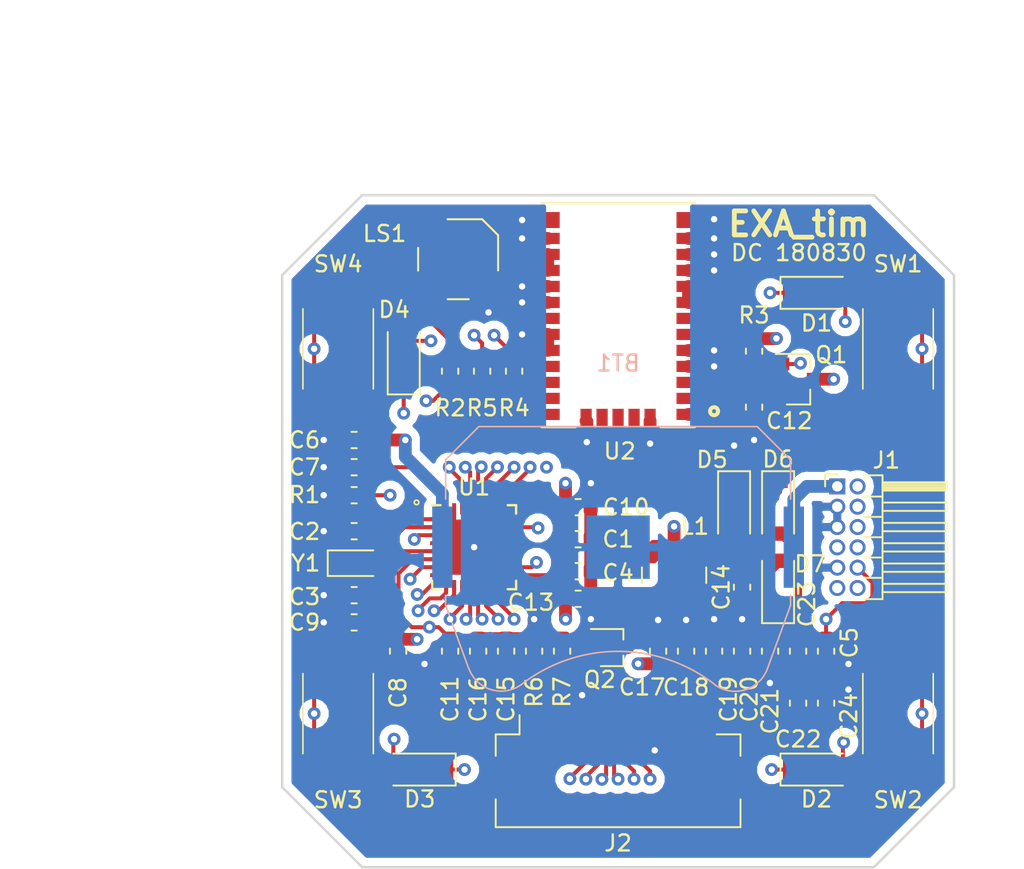
<source format=kicad_pcb>
(kicad_pcb (version 20171130) (host pcbnew "(5.0.0)")
  (layers (0 F.Cu power) (1 In1.Cu signal) (2 In2.Cu signal) (31 B.Cu power) (34 B.Paste user) (35 F.Paste user) (36 B.SilkS user) (37 F.SilkS user) (38 B.Mask user) (39 F.Mask user) (44 Edge.Cuts user))
  (net 0 "")
  (net 1 3V)
  (net 2 GND)
  (net 3 /RESE)
  (net 4 /GDR)
  (net 5 /BTN3)
  (net 6 /BTN2)
  (net 7 /BTN1)
  (net 8 /MOSI)
  (net 9 /CS)
  (net 10 /SCK)
  (net 11 /RESET)
  (net 12 /DC)
  (net 13 /WKUP1)
  (net 14 "Net-(C2-Pad1)")
  (net 15 /SWCLK)
  (net 16 /ALARM)
  (net 17 /BUSY)
  (net 18 /SWDIO)
  (net 19 /PREVGH)
  (net 20 /PREVGL)
  (net 21 "Net-(J1-Pad6)")
  (net 22 "Net-(J1-Pad7)")
  (net 23 "Net-(J1-Pad8)")
  (net 24 "Net-(U2-Pad29)")
  (net 25 "Net-(U2-Pad28)")
  (net 26 "Net-(U2-Pad30)")
  (net 27 /GNSS_VDD)
  (net 28 "Net-(U2-Pad2)")
  (net 29 "Net-(U2-Pad3)")
  (net 30 "Net-(U2-Pad6)")
  (net 31 "Net-(U2-Pad7)")
  (net 32 /RX_GNSS)
  (net 33 /TX_GNSS)
  (net 34 "Net-(U2-Pad24)")
  (net 35 "Net-(U2-Pad23)")
  (net 36 "Net-(U2-Pad20)")
  (net 37 /RF)
  (net 38 /TX)
  (net 39 /GNSS_EN)
  (net 40 /RX)
  (net 41 "Net-(R1-Pad2)")
  (net 42 "Net-(LS1-Pad1)")
  (net 43 "Net-(C22-Pad1)")
  (net 44 "Net-(C20-Pad1)")
  (net 45 "Net-(C18-Pad1)")
  (net 46 "Net-(C14-Pad2)")
  (net 47 "Net-(C3-Pad1)")
  (net 48 "Net-(C19-Pad1)")
  (net 49 "Net-(C14-Pad1)")
  (net 50 /BTN4)
  (net 51 /NRST)
  (net 52 "Net-(C24-Pad1)")
  (net 53 "Net-(C16-Pad2)")
  (net 54 "Net-(C15-Pad1)")
  (net 55 "Net-(J2-Pad7)")
  (net 56 "Net-(J2-Pad6)")
  (net 57 "Net-(J2-Pad1)")
  (module Connector_PinHeader_1.27mm:PinHeader_2x06_P1.27mm_Horizontal (layer F.Cu) (at 134.7 88.2)
    (fp_text reference J1 (at 3.0675 -1.635) (layer F.SilkS))
    (fp_text value 20021112-00010T4LF)
    (pad 1 thru_hole rect (at 0 0) (size 1 1) (drill 0.65) (layers *.Cu *.Mask) (net 1 3V))
    (pad 2 thru_hole oval (at 1.27 0) (size 1 1) (drill 0.65) (layers *.Cu *.Mask) (net 18 /SWDIO))
    (pad 3 thru_hole oval (at 0 1.27) (size 1 1) (drill 0.65) (layers *.Cu *.Mask) (net 2 GND))
    (pad 4 thru_hole oval (at 1.27 1.27) (size 1 1) (drill 0.65) (layers *.Cu *.Mask) (net 15 /SWCLK))
    (pad 5 thru_hole oval (at 0 2.54) (size 1 1) (drill 0.65) (layers *.Cu *.Mask) (net 2 GND))
    (pad 6 thru_hole oval (at 1.27 2.54) (size 1 1) (drill 0.65) (layers *.Cu *.Mask) (net 21 "Net-(J1-Pad6)"))
    (pad 7 thru_hole oval (at 0 3.81) (size 1 1) (drill 0.65) (layers *.Cu *.Mask) (net 22 "Net-(J1-Pad7)"))
    (pad 8 thru_hole oval (at 1.27 3.81) (size 1 1) (drill 0.65) (layers *.Cu *.Mask) (net 23 "Net-(J1-Pad8)"))
    (pad 9 thru_hole oval (at 0 5.08) (size 1 1) (drill 0.65) (layers *.Cu *.Mask) (net 2 GND))
    (pad 10 thru_hole oval (at 1.27 5.08) (size 1 1) (drill 0.65) (layers *.Cu *.Mask) (net 51 /NRST))
    (pad 11 thru_hole oval (at 0 6.35) (size 1 1) (drill 0.65) (layers *.Cu *.Mask))
    (pad 12 thru_hole oval (at 1.27 6.35) (size 1 1) (drill 0.65) (layers *.Cu *.Mask))
  )
  (module exa_tim:Crystal_SMD_TXC_9HT11-2Pin_2.0x1.2mm_HandSoldering (layer F.Cu) (at 104.5 93)
    (fp_text reference Y1 (at -3.025 0) (layer F.SilkS))
    (fp_text value 9HT11-32.768KDZF-T)
    (pad 1 smd rect (at -0.925 0) (size 1.05 1.1) (layers F.Cu F.Paste F.Mask) (net 14 "Net-(C2-Pad1)"))
    (pad 2 smd rect (at 0.925 0) (size 1.05 1.1) (layers F.Cu F.Paste F.Mask) (net 47 "Net-(C3-Pad1)"))
  )
  (module exa_tim:TL3305 (layer F.Cu) (at 138.5 102.4 90)
    (fp_text reference SW2 (at -5.4 0 180) (layer F.SilkS))
    (fp_text value TL3305CF260QG)
    (pad 1 smd rect (at 3.6 1.5 90) (size 1.6 1.4) (layers F.Cu F.Paste F.Mask) (net 1 3V))
    (pad 2 smd rect (at 3.6 -1.5 90) (size 1.6 1.4) (layers F.Cu F.Paste F.Mask) (net 6 /BTN2))
    (pad 1 smd rect (at -3.6 1.5 90) (size 1.6 1.4) (layers F.Cu F.Paste F.Mask) (net 1 3V))
    (pad 2 smd rect (at -3.6 -1.5 90) (size 1.6 1.4) (layers F.Cu F.Paste F.Mask) (net 6 /BTN2))
  )
  (module exa_tim:TL3305 (layer F.Cu) (at 103.5 102.4 270)
    (fp_text reference SW3 (at 5.4 0) (layer F.SilkS))
    (fp_text value TL3305CF260QG)
    (pad 2 smd rect (at -3.6 -1.5 270) (size 1.6 1.4) (layers F.Cu F.Paste F.Mask) (net 5 /BTN3))
    (pad 1 smd rect (at -3.6 1.5 270) (size 1.6 1.4) (layers F.Cu F.Paste F.Mask) (net 1 3V))
    (pad 2 smd rect (at 3.6 -1.5 270) (size 1.6 1.4) (layers F.Cu F.Paste F.Mask) (net 5 /BTN3))
    (pad 1 smd rect (at 3.6 1.5 270) (size 1.6 1.4) (layers F.Cu F.Paste F.Mask) (net 1 3V))
  )
  (module exa_tim:TL3305 (layer F.Cu) (at 103.5 79.6 270)
    (fp_text reference SW4 (at -5.3 0) (layer F.SilkS))
    (fp_text value TL3305CF260QG)
    (pad 1 smd rect (at 3.6 1.5 270) (size 1.6 1.4) (layers F.Cu F.Paste F.Mask) (net 1 3V))
    (pad 2 smd rect (at 3.6 -1.5 270) (size 1.6 1.4) (layers F.Cu F.Paste F.Mask) (net 50 /BTN4))
    (pad 1 smd rect (at -3.6 1.5 270) (size 1.6 1.4) (layers F.Cu F.Paste F.Mask) (net 1 3V))
    (pad 2 smd rect (at -3.6 -1.5 270) (size 1.6 1.4) (layers F.Cu F.Paste F.Mask) (net 50 /BTN4))
  )
  (module exa_tim:TL3305 (layer F.Cu) (at 138.5 79.6 90)
    (fp_text reference SW1 (at 5.3 0 180) (layer F.SilkS))
    (fp_text value TL3305CF260QG)
    (pad 2 smd rect (at -3.6 -1.5 90) (size 1.6 1.4) (layers F.Cu F.Paste F.Mask) (net 7 /BTN1))
    (pad 1 smd rect (at -3.6 1.5 90) (size 1.6 1.4) (layers F.Cu F.Paste F.Mask) (net 1 3V))
    (pad 2 smd rect (at 3.6 -1.5 90) (size 1.6 1.4) (layers F.Cu F.Paste F.Mask) (net 7 /BTN1))
    (pad 1 smd rect (at 3.6 1.5 90) (size 1.6 1.4) (layers F.Cu F.Paste F.Mask) (net 1 3V))
  )
  (module exa_tim:BatteryHolder_Keystone_3034_1x20mm (layer B.Cu) (at 121 92 180)
    (fp_text reference BT1 (at 0 11.5 180) (layer B.SilkS) (effects (justify mirror)))
    (fp_text value 3034TR)
    (pad 2 smd rect (at 0 0 180) (size 3.96 3.96) (layers B.Cu B.Paste B.Mask) (net 2 GND))
    (pad 1 smd rect (at 10.985 0 180) (size 1.27 5.08) (layers B.Cu B.Paste B.Mask) (net 1 3V))
    (pad 1 smd rect (at -10.985 0 180) (size 1.27 5.08) (layers B.Cu B.Paste B.Mask) (net 1 3V))
  )
  (module exa_tim:Hirose_FH12-24S-0.5SH_1x24-1MP_P0.50mm_Horizontal (layer F.Cu) (at 121 105)
    (fp_text reference J2 (at 0 5.5) (layer F.SilkS))
    (fp_text value "FH12-24S-0.5SH(55)")
    (pad 24 smd rect (at 5.75 -1.85) (size 0.3 1.3) (layers F.Cu F.Paste F.Mask) (net 52 "Net-(C24-Pad1)"))
    (pad 23 smd rect (at 5.25 -1.85) (size 0.3 1.3) (layers F.Cu F.Paste F.Mask) (net 20 /PREVGL))
    (pad 22 smd rect (at 4.75 -1.85) (size 0.3 1.3) (layers F.Cu F.Paste F.Mask) (net 43 "Net-(C22-Pad1)"))
    (pad 21 smd rect (at 4.25 -1.85) (size 0.3 1.3) (layers F.Cu F.Paste F.Mask) (net 19 /PREVGH))
    (pad 20 smd rect (at 3.75 -1.85) (size 0.3 1.3) (layers F.Cu F.Paste F.Mask) (net 44 "Net-(C20-Pad1)"))
    (pad 19 smd rect (at 3.25 -1.85) (size 0.3 1.3) (layers F.Cu F.Paste F.Mask) (net 48 "Net-(C19-Pad1)"))
    (pad 18 smd rect (at 2.75 -1.85) (size 0.3 1.3) (layers F.Cu F.Paste F.Mask) (net 45 "Net-(C18-Pad1)"))
    (pad 17 smd rect (at 2.25 -1.85) (size 0.3 1.3) (layers F.Cu F.Paste F.Mask) (net 2 GND))
    (pad 16 smd rect (at 1.75 -1.85) (size 0.3 1.3) (layers F.Cu F.Paste F.Mask) (net 1 3V))
    (pad 15 smd rect (at 1.25 -1.85) (size 0.3 1.3) (layers F.Cu F.Paste F.Mask) (net 1 3V))
    (pad 14 smd rect (at 0.75 -1.85) (size 0.3 1.3) (layers F.Cu F.Paste F.Mask) (net 8 /MOSI))
    (pad 13 smd rect (at 0.25 -1.85) (size 0.3 1.3) (layers F.Cu F.Paste F.Mask) (net 10 /SCK))
    (pad 12 smd rect (at -0.25 -1.85) (size 0.3 1.3) (layers F.Cu F.Paste F.Mask) (net 9 /CS))
    (pad 11 smd rect (at -0.75 -1.85) (size 0.3 1.3) (layers F.Cu F.Paste F.Mask) (net 12 /DC))
    (pad 10 smd rect (at -1.25 -1.85) (size 0.3 1.3) (layers F.Cu F.Paste F.Mask) (net 11 /RESET))
    (pad 9 smd rect (at -1.75 -1.85) (size 0.3 1.3) (layers F.Cu F.Paste F.Mask) (net 17 /BUSY))
    (pad 8 smd rect (at -2.25 -1.85) (size 0.3 1.3) (layers F.Cu F.Paste F.Mask) (net 2 GND))
    (pad 7 smd rect (at -2.75 -1.85) (size 0.3 1.3) (layers F.Cu F.Paste F.Mask) (net 55 "Net-(J2-Pad7)"))
    (pad 6 smd rect (at -3.25 -1.85) (size 0.3 1.3) (layers F.Cu F.Paste F.Mask) (net 56 "Net-(J2-Pad6)"))
    (pad 5 smd rect (at -3.75 -1.85) (size 0.3 1.3) (layers F.Cu F.Paste F.Mask) (net 53 "Net-(C16-Pad2)"))
    (pad 4 smd rect (at -4.25 -1.85) (size 0.3 1.3) (layers F.Cu F.Paste F.Mask) (net 54 "Net-(C15-Pad1)"))
    (pad 3 smd rect (at -4.75 -1.85) (size 0.3 1.3) (layers F.Cu F.Paste F.Mask) (net 3 /RESE))
    (pad 2 smd rect (at -5.25 -1.85) (size 0.3 1.3) (layers F.Cu F.Paste F.Mask) (net 4 /GDR))
    (pad 1 smd rect (at -5.75 -1.85) (size 0.3 1.3) (layers F.Cu F.Paste F.Mask) (net 57 "Net-(J2-Pad1)"))
    (pad MP smd rect (at -7.65 1.4) (size 1.8 2.2) (layers F.Cu F.Paste F.Mask))
    (pad MP smd rect (at 7.65 1.4) (size 1.8 2.2) (layers F.Cu F.Paste F.Mask))
  )
  (module exa_tim:L_Coilcraft_LPS4018 (layer F.Cu) (at 124.5 93.75 270)
    (fp_text reference L1 (at -3.05 -1.3) (layer F.SilkS))
    (fp_text value LPS4018-683MRB)
    (pad 2 smd rect (at 1.7435 1.493 44.5) (size 0.5 0.789) (layers F.Cu F.Paste F.Mask) (net 46 "Net-(C14-Pad2)"))
    (pad 2 smd rect (at 1.219 1.0475 45.7) (size 0.5 0.831) (layers F.Cu F.Paste F.Mask) (net 46 "Net-(C14-Pad2)"))
    (pad 2 smd rect (at 1.195 1.5575 270) (size 0.89 0.775) (layers F.Cu F.Paste F.Mask) (net 46 "Net-(C14-Pad2)"))
    (pad 2 smd rect (at 1.7435 -1.493 135.5) (size 0.5 0.789) (layers F.Cu F.Paste F.Mask) (net 46 "Net-(C14-Pad2)"))
    (pad 2 smd rect (at 1.219 -1.0475 134.3) (size 0.5 0.831) (layers F.Cu F.Paste F.Mask) (net 46 "Net-(C14-Pad2)"))
    (pad 2 smd rect (at 1.195 -1.5575 270) (size 0.89 0.775) (layers F.Cu F.Paste F.Mask) (net 46 "Net-(C14-Pad2)"))
    (pad 2 smd rect (at 1.765 0 270) (size 0.87 2.79) (layers F.Cu F.Paste F.Mask) (net 46 "Net-(C14-Pad2)"))
    (pad 1 smd rect (at -1.219 1.0475 134.3) (size 0.5 0.831) (layers F.Cu F.Paste F.Mask) (net 1 3V))
    (pad 1 smd rect (at -1.195 1.5575 270) (size 0.89 0.775) (layers F.Cu F.Paste F.Mask) (net 1 3V))
    (pad 1 smd rect (at -1.7435 1.493 135.5) (size 0.5 0.789) (layers F.Cu F.Paste F.Mask) (net 1 3V))
    (pad 1 smd rect (at -1.7435 -1.493 44.5) (size 0.5 0.789) (layers F.Cu F.Paste F.Mask) (net 1 3V))
    (pad 1 smd rect (at -1.219 -1.0475 45.7) (size 0.5 0.831) (layers F.Cu F.Paste F.Mask) (net 1 3V))
    (pad 1 smd rect (at -1.195 -1.5575 270) (size 0.89 0.775) (layers F.Cu F.Paste F.Mask) (net 1 3V))
    (pad 1 smd rect (at -1.765 0 270) (size 0.87 2.79) (layers F.Cu F.Paste F.Mask) (net 1 3V))
  )
  (module exa_tim:CUI_CSS-0575A-SMT (layer F.Cu) (at 111 74)
    (fp_text reference LS1 (at -4.6 -1.6) (layer F.SilkS))
    (fp_text value CUI_CSS-0575A-SMT)
    (pad 3 smd rect (at -1.9 -1.75) (size 2.1 1.7) (layers F.Cu F.Paste F.Mask))
    (pad 2 smd rect (at 1.9 1.75) (size 2.1 1.7) (layers F.Cu F.Paste F.Mask) (net 2 GND))
    (pad 1 smd rect (at -1.9 1.75) (size 2.1 1.7) (layers F.Cu F.Paste F.Mask) (net 42 "Net-(LS1-Pad1)"))
  )
  (module exa_tim:LCC100P960X1400X210-31N (layer F.Cu) (at 121 77.5)
    (fp_text reference U2 (at 0.1 8.5) (layer F.SilkS) (effects (font (size 1.00151 1.00151))))
    (fp_text value CAM-M8C-0)
    (pad 13 smd rect (at 4.4 -5.95 180) (size 1.5 1) (layers F.Cu F.Paste F.Mask) (net 2 GND))
    (pad 14 smd rect (at -4.4 -5.95 180) (size 1.5 1) (layers F.Cu F.Paste F.Mask) (net 2 GND))
    (pad 15 smd rect (at -4.4 -4.8 180) (size 1.5 0.7) (layers F.Cu F.Paste F.Mask) (net 2 GND))
    (pad 16 smd rect (at -4.4 -3.8 180) (size 1.5 0.7) (layers F.Cu F.Paste F.Mask) (net 37 /RF))
    (pad 17 smd rect (at -4.4 -2.8 180) (size 1.5 0.7) (layers F.Cu F.Paste F.Mask) (net 37 /RF))
    (pad 18 smd rect (at -4.4 -1.8 180) (size 1.5 0.7) (layers F.Cu F.Paste F.Mask) (net 2 GND))
    (pad 19 smd rect (at -4.4 -0.8 180) (size 1.5 0.7) (layers F.Cu F.Paste F.Mask) (net 2 GND))
    (pad 20 smd rect (at -4.4 0.2 180) (size 1.5 0.7) (layers F.Cu F.Paste F.Mask) (net 36 "Net-(U2-Pad20)"))
    (pad 21 smd rect (at -4.4 1.2 180) (size 1.5 0.7) (layers F.Cu F.Paste F.Mask) (net 2 GND))
    (pad 22 smd rect (at -4.4 2.2 180) (size 1.5 0.7) (layers F.Cu F.Paste F.Mask) (net 2 GND))
    (pad 23 smd rect (at -4.4 3.2 180) (size 1.5 0.7) (layers F.Cu F.Paste F.Mask) (net 35 "Net-(U2-Pad23)"))
    (pad 24 smd rect (at -4.4 4.2 180) (size 1.5 0.7) (layers F.Cu F.Paste F.Mask) (net 34 "Net-(U2-Pad24)"))
    (pad 25 smd rect (at -4.4 5.2 180) (size 1.5 0.7) (layers F.Cu F.Paste F.Mask) (net 33 /TX_GNSS))
    (pad 26 smd rect (at -4.4 6.2 180) (size 1.5 0.7) (layers F.Cu F.Paste F.Mask) (net 32 /RX_GNSS))
    (pad 12 smd rect (at 4.4 -4.8 180) (size 1.5 0.7) (layers F.Cu F.Paste F.Mask) (net 2 GND))
    (pad 11 smd rect (at 4.4 -3.8 180) (size 1.5 0.7) (layers F.Cu F.Paste F.Mask) (net 2 GND))
    (pad 10 smd rect (at 4.4 -2.8 180) (size 1.5 0.7) (layers F.Cu F.Paste F.Mask) (net 2 GND))
    (pad 9 smd rect (at 4.4 -1.8 180) (size 1.5 0.7) (layers F.Cu F.Paste F.Mask) (net 27 /GNSS_VDD))
    (pad 8 smd rect (at 4.4 -0.8 180) (size 1.5 0.7) (layers F.Cu F.Paste F.Mask) (net 27 /GNSS_VDD))
    (pad 7 smd rect (at 4.4 0.2 180) (size 1.5 0.7) (layers F.Cu F.Paste F.Mask) (net 31 "Net-(U2-Pad7)"))
    (pad 6 smd rect (at 4.4 1.2 180) (size 1.5 0.7) (layers F.Cu F.Paste F.Mask) (net 30 "Net-(U2-Pad6)"))
    (pad 5 smd rect (at 4.4 2.2 180) (size 1.5 0.7) (layers F.Cu F.Paste F.Mask) (net 2 GND))
    (pad 4 smd rect (at 4.4 3.2 180) (size 1.5 0.7) (layers F.Cu F.Paste F.Mask) (net 2 GND))
    (pad 3 smd rect (at 4.4 4.2 180) (size 1.5 0.7) (layers F.Cu F.Paste F.Mask) (net 29 "Net-(U2-Pad3)"))
    (pad 2 smd rect (at 4.4 5.2 180) (size 1.5 0.7) (layers F.Cu F.Paste F.Mask) (net 28 "Net-(U2-Pad2)"))
    (pad 1 smd rect (at 4.4 6.2 180) (size 1.5 0.7) (layers F.Cu F.Paste F.Mask) (net 27 /GNSS_VDD))
    (pad 27 smd rect (at -2 6.6 90) (size 1.5 0.7) (layers F.Cu F.Paste F.Mask) (net 2 GND))
    (pad 31 smd rect (at 2 6.6 90) (size 1.5 0.7) (layers F.Cu F.Paste F.Mask) (net 2 GND))
    (pad 30 smd rect (at 1 6.6 90) (size 1.5 0.7) (layers F.Cu F.Paste F.Mask) (net 26 "Net-(U2-Pad30)"))
    (pad 28 smd rect (at -1 6.6 90) (size 1.5 0.7) (layers F.Cu F.Paste F.Mask) (net 25 "Net-(U2-Pad28)"))
    (pad 29 smd rect (at 0 6.6 90) (size 1.5 0.7) (layers F.Cu F.Paste F.Mask) (net 24 "Net-(U2-Pad29)"))
  )
  (module Capacitor_SMD:C_0603_1608Metric (layer F.Cu) (at 134 98.5 90)
    (fp_text reference C5 (at 0.525 1.45 270) (layer F.SilkS))
    (fp_text value 100nF)
    (pad 1 smd roundrect (at -0.7875 0 90) (size 0.875 0.95) (layers F.Cu F.Paste F.Mask) (net 2 GND))
    (pad 2 smd roundrect (at 0.7875 0 90) (size 0.875 0.95) (layers F.Cu F.Paste F.Mask) (net 51 /NRST))
  )
  (module exa_tim:QFN-32-1EP_5x5mm_P0.5mm_EP3.45x3.45mm (layer F.Cu) (at 112 92)
    (fp_text reference U1 (at 0 -3.75) (layer F.SilkS))
    (fp_text value STM32L071KZUx)
    (pad 1 smd rect (at -2.4 -1.75) (size 0.7 0.25) (layers F.Cu F.Paste F.Mask) (net 14 "Net-(C2-Pad1)"))
    (pad 2 smd rect (at -2.4 -1.25) (size 0.7 0.25) (layers F.Cu F.Paste F.Mask) (net 47 "Net-(C3-Pad1)"))
    (pad 3 smd rect (at -2.4 -0.75) (size 0.7 0.25) (layers F.Cu F.Paste F.Mask) (net 51 /NRST))
    (pad 4 smd rect (at -2.4 -0.25) (size 0.7 0.25) (layers F.Cu F.Paste F.Mask) (net 2 GND))
    (pad 5 smd rect (at -2.4 0.25) (size 0.7 0.25) (layers F.Cu F.Paste F.Mask) (net 1 3V))
    (pad 6 smd rect (at -2.4 0.75) (size 0.7 0.25) (layers F.Cu F.Paste F.Mask) (net 13 /WKUP1))
    (pad 7 smd rect (at -2.4 1.25) (size 0.7 0.25) (layers F.Cu F.Paste F.Mask) (net 16 /ALARM))
    (pad 8 smd rect (at -2.4 1.75) (size 0.7 0.25) (layers F.Cu F.Paste F.Mask) (net 38 /TX))
    (pad 9 smd rect (at -1.75 2.4 90) (size 0.7 0.25) (layers F.Cu F.Paste F.Mask) (net 40 /RX))
    (pad 10 smd rect (at -1.25 2.4 90) (size 0.7 0.25) (layers F.Cu F.Paste F.Mask) (net 39 /GNSS_EN))
    (pad 11 smd rect (at -0.75 2.4 90) (size 0.7 0.25) (layers F.Cu F.Paste F.Mask) (net 10 /SCK))
    (pad 12 smd rect (at -0.25 2.4 90) (size 0.7 0.25) (layers F.Cu F.Paste F.Mask) (net 17 /BUSY))
    (pad 13 smd rect (at 0.25 2.4 90) (size 0.7 0.25) (layers F.Cu F.Paste F.Mask) (net 8 /MOSI))
    (pad 14 smd rect (at 0.75 2.4 90) (size 0.7 0.25) (layers F.Cu F.Paste F.Mask) (net 12 /DC))
    (pad 15 smd rect (at 1.25 2.4 90) (size 0.7 0.25) (layers F.Cu F.Paste F.Mask) (net 11 /RESET))
    (pad 16 smd rect (at 1.75 2.4 90) (size 0.7 0.25) (layers F.Cu F.Paste F.Mask) (net 2 GND))
    (pad 17 smd rect (at 2.4 1.75) (size 0.7 0.25) (layers F.Cu F.Paste F.Mask) (net 1 3V))
    (pad 18 smd rect (at 2.4 1.25) (size 0.7 0.25) (layers F.Cu F.Paste F.Mask) (net 9 /CS))
    (pad 19 smd rect (at 2.4 0.75) (size 0.7 0.25) (layers F.Cu F.Paste F.Mask) (net 2 GND))
    (pad 20 smd rect (at 2.4 0.25) (size 0.7 0.25) (layers F.Cu F.Paste F.Mask) (net 2 GND))
    (pad 21 smd rect (at 2.4 -0.25) (size 0.7 0.25) (layers F.Cu F.Paste F.Mask) (net 2 GND))
    (pad 22 smd rect (at 2.4 -0.75) (size 0.7 0.25) (layers F.Cu F.Paste F.Mask) (net 2 GND))
    (pad 23 smd rect (at 2.4 -1.25) (size 0.7 0.25) (layers F.Cu F.Paste F.Mask) (net 18 /SWDIO))
    (pad 24 smd rect (at 2.4 -1.75) (size 0.7 0.25) (layers F.Cu F.Paste F.Mask) (net 1 3V))
    (pad 25 smd rect (at 1.75 -2.4 90) (size 0.7 0.25) (layers F.Cu F.Paste F.Mask) (net 15 /SWCLK))
    (pad 26 smd rect (at 1.25 -2.4 90) (size 0.7 0.25) (layers F.Cu F.Paste F.Mask) (net 7 /BTN1))
    (pad 27 smd rect (at 0.75 -2.4 90) (size 0.7 0.25) (layers F.Cu F.Paste F.Mask) (net 6 /BTN2))
    (pad 28 smd rect (at 0.25 -2.4 90) (size 0.7 0.25) (layers F.Cu F.Paste F.Mask) (net 5 /BTN3))
    (pad 29 smd rect (at -0.25 -2.4 90) (size 0.7 0.25) (layers F.Cu F.Paste F.Mask) (net 50 /BTN4))
    (pad 30 smd rect (at -0.75 -2.4 90) (size 0.7 0.25) (layers F.Cu F.Paste F.Mask) (net 41 "Net-(R1-Pad2)"))
    (pad 31 smd rect (at -1.25 -2.4 90) (size 0.7 0.25) (layers F.Cu F.Paste F.Mask) (net 2 GND))
    (pad 32 smd rect (at -1.75 -2.4 90) (size 0.7 0.25) (layers F.Cu F.Paste F.Mask) (net 1 3V))
    (pad 33 smd rect (at 0 0) (size 3.45 3.45) (layers F.Cu F.Mask) (net 2 GND))
  )
  (module Capacitor_SMD:C_0603_1608Metric (layer F.Cu) (at 104.5 85.3)
    (fp_text reference C6 (at -3.1 0 -180) (layer F.SilkS))
    (fp_text value 4.7uF)
    (pad 1 smd roundrect (at -0.7875 0) (size 0.875 0.95) (layers F.Cu F.Paste F.Mask) (net 2 GND))
    (pad 2 smd roundrect (at 0.7875 0) (size 0.875 0.95) (layers F.Cu F.Paste F.Mask) (net 1 3V))
  )
  (module Capacitor_SMD:C_0603_1608Metric (layer F.Cu) (at 110.5 98.5 270)
    (fp_text reference C11 (at 3 0 90) (layer F.SilkS))
    (fp_text value 100nF)
    (pad 1 smd roundrect (at -0.7875 0 270) (size 0.875 0.95) (layers F.Cu F.Paste F.Mask) (net 13 /WKUP1))
    (pad 2 smd roundrect (at 0.7875 0 270) (size 0.875 0.95) (layers F.Cu F.Paste F.Mask) (net 2 GND))
  )
  (module Diode_SMD:D_SOD-123 (layer F.Cu) (at 133.4 76.1)
    (fp_text reference D1 (at 0 1.9 180) (layer F.SilkS))
    (fp_text value MBR0530)
    (pad 2 smd rect (at 1.65 0) (size 0.9 1.2) (layers F.Cu F.Paste F.Mask) (net 7 /BTN1))
    (pad 1 smd rect (at -1.65 0) (size 0.9 1.2) (layers F.Cu F.Paste F.Mask) (net 13 /WKUP1))
  )
  (module Diode_SMD:D_SOD-123 (layer F.Cu) (at 107.6 80.2 90)
    (fp_text reference D4 (at 3.05 -0.6) (layer F.SilkS))
    (fp_text value MBR0530)
    (pad 2 smd rect (at 1.65 0 90) (size 0.9 1.2) (layers F.Cu F.Paste F.Mask) (net 50 /BTN4))
    (pad 1 smd rect (at -1.65 0 90) (size 0.9 1.2) (layers F.Cu F.Paste F.Mask) (net 13 /WKUP1))
  )
  (module Diode_SMD:D_SOD-123 (layer F.Cu) (at 108.6 105.9 180)
    (fp_text reference D3 (at 0 -1.85 180) (layer F.SilkS))
    (fp_text value MBR0530)
    (pad 2 smd rect (at 1.65 0 180) (size 0.9 1.2) (layers F.Cu F.Paste F.Mask) (net 5 /BTN3))
    (pad 1 smd rect (at -1.65 0 180) (size 0.9 1.2) (layers F.Cu F.Paste F.Mask) (net 13 /WKUP1))
  )
  (module Diode_SMD:D_SOD-123 (layer F.Cu) (at 133.4 105.9)
    (fp_text reference D2 (at 0 1.85 180) (layer F.SilkS))
    (fp_text value MBR0530)
    (pad 1 smd rect (at -1.65 0) (size 0.9 1.2) (layers F.Cu F.Paste F.Mask) (net 13 /WKUP1))
    (pad 2 smd rect (at 1.65 0) (size 0.9 1.2) (layers F.Cu F.Paste F.Mask) (net 6 /BTN2))
  )
  (module Resistor_SMD:R_0603_1608Metric (layer F.Cu) (at 110.5 81 270)
    (fp_text reference R2 (at 2.3 0) (layer F.SilkS))
    (fp_text value 220)
    (pad 1 smd roundrect (at -0.7875 0 270) (size 0.875 0.95) (layers F.Cu F.Paste F.Mask) (net 42 "Net-(LS1-Pad1)"))
    (pad 2 smd roundrect (at 0.7875 0 270) (size 0.875 0.95) (layers F.Cu F.Paste F.Mask) (net 16 /ALARM))
  )
  (module Capacitor_SMD:C_0603_1608Metric (layer F.Cu) (at 104.5 87)
    (fp_text reference C7 (at -3.1 0 -180) (layer F.SilkS))
    (fp_text value 100nF)
    (pad 2 smd roundrect (at 0.7875 0) (size 0.875 0.95) (layers F.Cu F.Paste F.Mask) (net 1 3V))
    (pad 1 smd roundrect (at -0.7875 0) (size 0.875 0.95) (layers F.Cu F.Paste F.Mask) (net 2 GND))
  )
  (module Capacitor_SMD:C_0603_1608Metric (layer F.Cu) (at 118.5 89.5 180)
    (fp_text reference C10 (at -3 0) (layer F.SilkS))
    (fp_text value 100nF)
    (pad 1 smd roundrect (at -0.7875 0 180) (size 0.875 0.95) (layers F.Cu F.Paste F.Mask) (net 2 GND))
    (pad 2 smd roundrect (at 0.7875 0 180) (size 0.875 0.95) (layers F.Cu F.Paste F.Mask) (net 1 3V))
  )
  (module Capacitor_SMD:C_0603_1608Metric (layer F.Cu) (at 129.5 83.25 90)
    (fp_text reference C12 (at -0.85 2.2) (layer F.SilkS))
    (fp_text value 4.7uF)
    (pad 1 smd roundrect (at -0.7875 0 90) (size 0.875 0.95) (layers F.Cu F.Paste F.Mask) (net 2 GND))
    (pad 2 smd roundrect (at 0.7875 0 90) (size 0.875 0.95) (layers F.Cu F.Paste F.Mask) (net 27 /GNSS_VDD))
  )
  (module Package_TO_SOT_SMD:SOT-23 (layer F.Cu) (at 132.25 81.5)
    (fp_text reference Q1 (at 2.075 -1.525) (layer F.SilkS))
    (fp_text value SI2333DS-T1-E3)
    (pad 3 smd rect (at 1 0) (size 0.9 0.8) (layers F.Cu F.Paste F.Mask) (net 1 3V))
    (pad 2 smd rect (at -1 0.95) (size 0.9 0.8) (layers F.Cu F.Paste F.Mask) (net 27 /GNSS_VDD))
    (pad 1 smd rect (at -1 -0.95) (size 0.9 0.8) (layers F.Cu F.Paste F.Mask) (net 39 /GNSS_EN))
  )
  (module Resistor_SMD:R_0603_1608Metric (layer F.Cu) (at 114.5 81 90)
    (fp_text reference R4 (at -2.3 0 180) (layer F.SilkS))
    (fp_text value 220)
    (pad 1 smd roundrect (at -0.7875 0 90) (size 0.875 0.95) (layers F.Cu F.Paste F.Mask) (net 33 /TX_GNSS))
    (pad 2 smd roundrect (at 0.7875 0 90) (size 0.875 0.95) (layers F.Cu F.Paste F.Mask) (net 40 /RX))
  )
  (module Resistor_SMD:R_0603_1608Metric (layer F.Cu) (at 129.5 79.75 270)
    (fp_text reference R3 (at -2.25 0) (layer F.SilkS))
    (fp_text value 1M)
    (pad 2 smd roundrect (at 0.7875 0 270) (size 0.875 0.95) (layers F.Cu F.Paste F.Mask) (net 39 /GNSS_EN))
    (pad 1 smd roundrect (at -0.7875 0 270) (size 0.875 0.95) (layers F.Cu F.Paste F.Mask) (net 1 3V))
  )
  (module Resistor_SMD:R_0603_1608Metric (layer F.Cu) (at 112.5 81 90)
    (fp_text reference R5 (at -2.3 0 180) (layer F.SilkS))
    (fp_text value 220)
    (pad 1 smd roundrect (at -0.7875 0 90) (size 0.875 0.95) (layers F.Cu F.Paste F.Mask) (net 32 /RX_GNSS))
    (pad 2 smd roundrect (at 0.7875 0 90) (size 0.875 0.95) (layers F.Cu F.Paste F.Mask) (net 38 /TX))
  )
  (module Capacitor_SMD:C_0603_1608Metric (layer F.Cu) (at 130.5 98.5 270)
    (fp_text reference C21 (at 3.75 0 270) (layer F.SilkS))
    (fp_text value 1uF)
    (pad 2 smd roundrect (at 0.7875 0 270) (size 0.875 0.95) (layers F.Cu F.Paste F.Mask) (net 2 GND))
    (pad 1 smd roundrect (at -0.7875 0 270) (size 0.875 0.95) (layers F.Cu F.Paste F.Mask) (net 19 /PREVGH))
  )
  (module Capacitor_SMD:C_0603_1608Metric (layer F.Cu) (at 134 101.75 90)
    (fp_text reference C24 (at -0.825 1.425 90) (layer F.SilkS))
    (fp_text value 1uF)
    (pad 1 smd roundrect (at -0.7875 0 90) (size 0.875 0.95) (layers F.Cu F.Paste F.Mask) (net 52 "Net-(C24-Pad1)"))
    (pad 2 smd roundrect (at 0.7875 0 90) (size 0.875 0.95) (layers F.Cu F.Paste F.Mask) (net 2 GND))
  )
  (module Capacitor_SMD:C_0603_1608Metric (layer F.Cu) (at 132.25 98.5 270)
    (fp_text reference C23 (at -2.95 -0.55 90) (layer F.SilkS))
    (fp_text value 1uF)
    (pad 2 smd roundrect (at 0.7875 0 270) (size 0.875 0.95) (layers F.Cu F.Paste F.Mask) (net 2 GND))
    (pad 1 smd roundrect (at -0.7875 0 270) (size 0.875 0.95) (layers F.Cu F.Paste F.Mask) (net 20 /PREVGL))
  )
  (module Capacitor_SMD:C_0603_1608Metric (layer F.Cu) (at 132.25 101.75 90)
    (fp_text reference C22 (at -2.25 0 180) (layer F.SilkS))
    (fp_text value 1uF)
    (pad 1 smd roundrect (at -0.7875 0 90) (size 0.875 0.95) (layers F.Cu F.Paste F.Mask) (net 43 "Net-(C22-Pad1)"))
    (pad 2 smd roundrect (at 0.7875 0 90) (size 0.875 0.95) (layers F.Cu F.Paste F.Mask) (net 2 GND))
  )
  (module Capacitor_SMD:C_0603_1608Metric (layer F.Cu) (at 128.75 98.5 90)
    (fp_text reference C20 (at -3 0.45 270) (layer F.SilkS))
    (fp_text value 1uF)
    (pad 2 smd roundrect (at 0.7875 0 90) (size 0.875 0.95) (layers F.Cu F.Paste F.Mask) (net 2 GND))
    (pad 1 smd roundrect (at -0.7875 0 90) (size 0.875 0.95) (layers F.Cu F.Paste F.Mask) (net 44 "Net-(C20-Pad1)"))
  )
  (module Capacitor_SMD:C_0603_1608Metric (layer F.Cu) (at 127 98.5 90)
    (fp_text reference C19 (at -3 0.9 90) (layer F.SilkS))
    (fp_text value 1uF)
    (pad 1 smd roundrect (at -0.7875 0 90) (size 0.875 0.95) (layers F.Cu F.Paste F.Mask) (net 48 "Net-(C19-Pad1)"))
    (pad 2 smd roundrect (at 0.7875 0 90) (size 0.875 0.95) (layers F.Cu F.Paste F.Mask) (net 2 GND))
  )
  (module Capacitor_SMD:C_0603_1608Metric (layer F.Cu) (at 125.25 98.5 90)
    (fp_text reference C18 (at -2.25 0 180) (layer F.SilkS))
    (fp_text value 1uF)
    (pad 2 smd roundrect (at 0.7875 0 90) (size 0.875 0.95) (layers F.Cu F.Paste F.Mask) (net 2 GND))
    (pad 1 smd roundrect (at -0.7875 0 90) (size 0.875 0.95) (layers F.Cu F.Paste F.Mask) (net 45 "Net-(C18-Pad1)"))
  )
  (module Capacitor_SMD:C_0603_1608Metric (layer F.Cu) (at 123.5 98.5 90)
    (fp_text reference C17 (at -2.25 -1 180) (layer F.SilkS))
    (fp_text value 100nF)
    (pad 1 smd roundrect (at -0.7875 0 90) (size 0.875 0.95) (layers F.Cu F.Paste F.Mask) (net 1 3V))
    (pad 2 smd roundrect (at 0.7875 0 90) (size 0.875 0.95) (layers F.Cu F.Paste F.Mask) (net 2 GND))
  )
  (module Capacitor_SMD:C_0603_1608Metric (layer F.Cu) (at 112.25 98.5 270)
    (fp_text reference C16 (at 3 0 90) (layer F.SilkS))
    (fp_text value 1uF)
    (pad 2 smd roundrect (at 0.7875 0 270) (size 0.875 0.95) (layers F.Cu F.Paste F.Mask) (net 53 "Net-(C16-Pad2)"))
    (pad 1 smd roundrect (at -0.7875 0 270) (size 0.875 0.95) (layers F.Cu F.Paste F.Mask) (net 2 GND))
  )
  (module Capacitor_SMD:C_0603_1608Metric (layer F.Cu) (at 114 98.5 90)
    (fp_text reference C15 (at -3 0 90) (layer F.SilkS))
    (fp_text value 1uF)
    (pad 1 smd roundrect (at -0.7875 0 90) (size 0.875 0.95) (layers F.Cu F.Paste F.Mask) (net 54 "Net-(C15-Pad1)"))
    (pad 2 smd roundrect (at 0.7875 0 90) (size 0.875 0.95) (layers F.Cu F.Paste F.Mask) (net 2 GND))
  )
  (module Capacitor_SMD:C_0603_1608Metric (layer F.Cu) (at 128.75 94.5 270)
    (fp_text reference C14 (at 0 1.3 270) (layer F.SilkS))
    (fp_text value 100nF)
    (pad 2 smd roundrect (at 0.7875 0 270) (size 0.875 0.95) (layers F.Cu F.Paste F.Mask) (net 46 "Net-(C14-Pad2)"))
    (pad 1 smd roundrect (at -0.7875 0 270) (size 0.875 0.95) (layers F.Cu F.Paste F.Mask) (net 49 "Net-(C14-Pad1)"))
  )
  (module Capacitor_SMD:C_0603_1608Metric (layer F.Cu) (at 118.5 95.225)
    (fp_text reference C13 (at -2.95 0.225) (layer F.SilkS))
    (fp_text value 4.7uF)
    (pad 1 smd roundrect (at -0.7875 0) (size 0.875 0.95) (layers F.Cu F.Paste F.Mask) (net 1 3V))
    (pad 2 smd roundrect (at 0.7875 0) (size 0.875 0.95) (layers F.Cu F.Paste F.Mask) (net 2 GND))
  )
  (module Capacitor_SMD:C_0603_1608Metric (layer F.Cu) (at 104.5 96.7)
    (fp_text reference C9 (at -3.1 0) (layer F.SilkS))
    (fp_text value 100nF)
    (pad 2 smd roundrect (at 0.7875 0) (size 0.875 0.95) (layers F.Cu F.Paste F.Mask) (net 1 3V))
    (pad 1 smd roundrect (at -0.7875 0) (size 0.875 0.95) (layers F.Cu F.Paste F.Mask) (net 2 GND))
  )
  (module Capacitor_SMD:C_0603_1608Metric (layer F.Cu) (at 107.25 98.5 90)
    (fp_text reference C8 (at -2.6 0 270) (layer F.SilkS))
    (fp_text value 1uF)
    (pad 1 smd roundrect (at -0.7875 0 90) (size 0.875 0.95) (layers F.Cu F.Paste F.Mask) (net 2 GND))
    (pad 2 smd roundrect (at 0.7875 0 90) (size 0.875 0.95) (layers F.Cu F.Paste F.Mask) (net 1 3V))
  )
  (module Capacitor_SMD:C_0603_1608Metric (layer F.Cu) (at 118.5 93.5 180)
    (fp_text reference C4 (at -2.5 -0.1) (layer F.SilkS))
    (fp_text value 100nF)
    (pad 2 smd roundrect (at 0.7875 0 180) (size 0.875 0.95) (layers F.Cu F.Paste F.Mask) (net 1 3V))
    (pad 1 smd roundrect (at -0.7875 0 180) (size 0.875 0.95) (layers F.Cu F.Paste F.Mask) (net 2 GND))
  )
  (module Capacitor_SMD:C_0603_1608Metric (layer F.Cu) (at 118.5 91.5 180)
    (fp_text reference C1 (at -2.5 0) (layer F.SilkS))
    (fp_text value 4.7uF)
    (pad 1 smd roundrect (at -0.7875 0 180) (size 0.875 0.95) (layers F.Cu F.Paste F.Mask) (net 2 GND))
    (pad 2 smd roundrect (at 0.7875 0 180) (size 0.875 0.95) (layers F.Cu F.Paste F.Mask) (net 1 3V))
  )
  (module Capacitor_SMD:C_0603_1608Metric (layer F.Cu) (at 104.5 95 180)
    (fp_text reference C3 (at 3.1 -0.1 180) (layer F.SilkS))
    (fp_text value 21pF)
    (pad 2 smd roundrect (at 0.7875 0 180) (size 0.875 0.95) (layers F.Cu F.Paste F.Mask) (net 2 GND))
    (pad 1 smd roundrect (at -0.7875 0 180) (size 0.875 0.95) (layers F.Cu F.Paste F.Mask) (net 47 "Net-(C3-Pad1)"))
  )
  (module Capacitor_SMD:C_0603_1608Metric (layer F.Cu) (at 104.5 91 180)
    (fp_text reference C2 (at 3.1 -0.025 180) (layer F.SilkS))
    (fp_text value 21pF)
    (pad 1 smd roundrect (at -0.7875 0 180) (size 0.875 0.95) (layers F.Cu F.Paste F.Mask) (net 14 "Net-(C2-Pad1)"))
    (pad 2 smd roundrect (at 0.7875 0 180) (size 0.875 0.95) (layers F.Cu F.Paste F.Mask) (net 2 GND))
  )
  (module Diode_SMD:D_SOD-123 (layer F.Cu) (at 128.25 89.5 270)
    (fp_text reference D5 (at -2.975 1.375) (layer F.SilkS))
    (fp_text value MBR0530)
    (pad 1 smd rect (at -1.65 0 270) (size 0.9 1.2) (layers F.Cu F.Paste F.Mask) (net 2 GND))
    (pad 2 smd rect (at 1.65 0 270) (size 0.9 1.2) (layers F.Cu F.Paste F.Mask) (net 49 "Net-(C14-Pad1)"))
  )
  (module Diode_SMD:D_SOD-123 (layer F.Cu) (at 131 89.5 270)
    (fp_text reference D6 (at -3 0) (layer F.SilkS))
    (fp_text value MBR0530)
    (pad 2 smd rect (at 1.65 0 270) (size 0.9 1.2) (layers F.Cu F.Paste F.Mask) (net 20 /PREVGL))
    (pad 1 smd rect (at -1.65 0 270) (size 0.9 1.2) (layers F.Cu F.Paste F.Mask) (net 49 "Net-(C14-Pad1)"))
  )
  (module Diode_SMD:D_SOD-123 (layer F.Cu) (at 131 94.5 90)
    (fp_text reference D7 (at 1.45 2) (layer F.SilkS))
    (fp_text value MBR0530)
    (pad 1 smd rect (at -1.65 0 90) (size 0.9 1.2) (layers F.Cu F.Paste F.Mask) (net 19 /PREVGH))
    (pad 2 smd rect (at 1.65 0 90) (size 0.9 1.2) (layers F.Cu F.Paste F.Mask) (net 46 "Net-(C14-Pad2)"))
  )
  (module Package_TO_SOT_SMD:SOT-323_SC-70 (layer F.Cu) (at 120.6 98.275)
    (fp_text reference Q2 (at -0.75 2) (layer F.SilkS))
    (fp_text value DMN3067LW-7)
    (pad 1 smd rect (at -1 -0.65 270) (size 0.45 0.7) (layers F.Cu F.Paste F.Mask) (net 4 /GDR))
    (pad 2 smd rect (at -1 0.65 270) (size 0.45 0.7) (layers F.Cu F.Paste F.Mask) (net 3 /RESE))
    (pad 3 smd rect (at 1 0 270) (size 0.45 0.7) (layers F.Cu F.Paste F.Mask) (net 46 "Net-(C14-Pad2)"))
  )
  (module Resistor_SMD:R_0603_1608Metric (layer F.Cu) (at 104.5 88.75)
    (fp_text reference R1 (at -3.1 -0.025) (layer F.SilkS))
    (fp_text value 1M)
    (pad 1 smd roundrect (at -0.7875 0) (size 0.875 0.95) (layers F.Cu F.Paste F.Mask) (net 2 GND))
    (pad 2 smd roundrect (at 0.7875 0) (size 0.875 0.95) (layers F.Cu F.Paste F.Mask) (net 41 "Net-(R1-Pad2)"))
  )
  (module Resistor_SMD:R_0603_1608Metric (layer F.Cu) (at 115.75 98.5 90)
    (fp_text reference R6 (at -2.55 0 90) (layer F.SilkS))
    (fp_text value 1M)
    (pad 2 smd roundrect (at 0.7875 0 90) (size 0.875 0.95) (layers F.Cu F.Paste F.Mask) (net 2 GND))
    (pad 1 smd roundrect (at -0.7875 0 90) (size 0.875 0.95) (layers F.Cu F.Paste F.Mask) (net 4 /GDR))
  )
  (module Resistor_SMD:R_0603_1608Metric (layer F.Cu) (at 117.5 98.5 90)
    (fp_text reference R7 (at -2.55 0 90) (layer F.SilkS))
    (fp_text value 3)
    (pad 1 smd roundrect (at -0.7875 0 90) (size 0.875 0.95) (layers F.Cu F.Paste F.Mask) (net 3 /RESE))
    (pad 2 smd roundrect (at 0.7875 0 90) (size 0.875 0.95) (layers F.Cu F.Paste F.Mask) (net 2 GND))
  )
  (gr_line (start 142 103.6) (end 142 78.4) (layer Edge.Cuts) (width 0.15))
  (gr_line (start 142 107) (end 142 103.6) (layer Edge.Cuts) (width 0.15))
  (gr_line (start 100 100.4) (end 100 107) (layer Edge.Cuts) (width 0.15))
  (gr_line (start 100 78.4) (end 100 100.4) (layer Edge.Cuts) (width 0.15))
  (gr_line (start 100 75) (end 100 78.4) (layer Edge.Cuts) (width 0.15))
  (gr_line (start 142 75) (end 142 78.4) (layer Edge.Cuts) (width 0.15))
  (gr_line (start 100 75) (end 100 75) (layer Edge.Cuts) (width 0.15))
  (gr_line (start 105 70) (end 100 75) (layer Edge.Cuts) (width 0.15))
  (gr_line (start 105 70) (end 105 70) (layer Edge.Cuts) (width 0.15))
  (gr_line (start 142 75) (end 142 75) (layer Edge.Cuts) (width 0.15))
  (gr_line (start 137 70) (end 137 70) (layer Edge.Cuts) (width 0.15))
  (gr_line (start 142 75) (end 137 70) (layer Edge.Cuts) (width 0.15))
  (gr_line (start 142 107) (end 142 107) (layer Edge.Cuts) (width 0.15))
  (gr_line (start 137 112) (end 137 112) (layer Edge.Cuts) (width 0.15))
  (gr_line (start 142 107) (end 137 112) (layer Edge.Cuts) (width 0.15))
  (gr_line (start 105 112) (end 105 112) (layer Edge.Cuts) (width 0.15))
  (gr_line (start 105 112) (end 100 107) (layer Edge.Cuts) (width 0.15))
  (gr_line (start 105 70) (end 137 70) (layer Edge.Cuts) (width 0.15))
  (gr_line (start 137 112) (end 105 112) (layer Edge.Cuts) (width 0.15))
  (gr_text "DC 180830" (at 132.3 73.6) (layer F.SilkS) (effects (font (size 1 1))))
  (gr_text EXA_tim (at 132.3 71.8) (layer F.SilkS) (effects (font (size 1.5 1.5) (thickness 0.3))))
  (segment (start 115.75 89.5) (end 117.7125 89.5) (width 0.25) (layer F.Cu) (net 1))
  (segment (start 115 90.25) (end 115.75 89.5) (width 0.25) (layer F.Cu) (net 1))
  (segment (start 114.4 90.25) (end 115 90.25) (width 0.25) (layer F.Cu) (net 1))
  (segment (start 117.7 93.5) (end 117.7125 93.5) (width 0.25) (layer F.Cu) (net 1))
  (segment (start 122.25 103.15) (end 122.75 103.15) (width 0.25) (layer F.Cu) (net 1))
  (segment (start 122.9425 92.071) (end 123.007 92.0065) (width 0.25) (layer F.Cu) (net 1))
  (segment (start 122.9425 92.555) (end 122.9425 92.071) (width 0.25) (layer F.Cu) (net 1))
  (segment (start 123.4285 92.555) (end 123.4525 92.531) (width 0.25) (layer F.Cu) (net 1))
  (segment (start 122.9425 92.555) (end 123.4285 92.555) (width 0.25) (layer F.Cu) (net 1))
  (segment (start 123.9985 91.985) (end 123.4525 92.531) (width 0.25) (layer F.Cu) (net 1))
  (segment (start 125.0015 91.985) (end 125.5475 92.531) (width 0.25) (layer F.Cu) (net 1))
  (segment (start 124.5 91.985) (end 125.0015 91.985) (width 0.25) (layer F.Cu) (net 1))
  (segment (start 126.0335 92.531) (end 126.0575 92.555) (width 0.25) (layer F.Cu) (net 1))
  (segment (start 125.5475 92.531) (end 126.0335 92.531) (width 0.25) (layer F.Cu) (net 1))
  (segment (start 126.0575 92.071) (end 125.993 92.0065) (width 0.25) (layer F.Cu) (net 1))
  (segment (start 126.0575 92.555) (end 126.0575 92.071) (width 0.25) (layer F.Cu) (net 1))
  (segment (start 131.995 91.99) (end 131.985 92) (width 0.8) (layer B.Cu) (net 1))
  (segment (start 122.9425 92.555) (end 122.9425 92.6125) (width 0.8) (layer F.Cu) (net 1))
  (segment (start 124.5 91.985) (end 123.9985 91.985) (width 0.25) (layer F.Cu) (net 1))
  (segment (start 117.7125 93.5) (end 117.7125 91.5) (width 0.8) (layer F.Cu) (net 1))
  (segment (start 117.7125 91.5) (end 117.7125 89.5) (width 0.8) (layer F.Cu) (net 1))
  (segment (start 117.7125 89.5) (end 117.7125 88) (width 0.8) (layer F.Cu) (net 1))
  (via (at 117.7125 88) (size 0.8) (drill 0.4) (layers F.Cu B.Cu) (net 1))
  (segment (start 140 83.2) (end 140 82.15) (width 0.25) (layer F.Cu) (net 1))
  (segment (start 140 77.4) (end 140 76) (width 0.25) (layer F.Cu) (net 1))
  (segment (start 140 99.85) (end 140 102.4) (width 0.25) (layer F.Cu) (net 1))
  (segment (start 102 99.85) (end 102 102.4) (width 0.25) (layer F.Cu) (net 1))
  (segment (start 102 98.8) (end 102 98.7) (width 0.25) (layer F.Cu) (net 1))
  (segment (start 102 82.15) (end 102 79.6) (width 0.25) (layer F.Cu) (net 1))
  (segment (start 102 75.9) (end 102 76) (width 0.25) (layer F.Cu) (net 1))
  (segment (start 107.7 85.865685) (end 107.7 85.3) (width 0.8) (layer B.Cu) (net 1))
  (via (at 107.7 85.3) (size 0.8) (drill 0.4) (layers F.Cu B.Cu) (net 1))
  (segment (start 105.2875 85.3) (end 107.7 85.3) (width 0.8) (layer F.Cu) (net 1))
  (segment (start 110.015 88.66) (end 107.7 86.345) (width 0.8) (layer B.Cu) (net 1))
  (segment (start 110.015 92) (end 110.015 88.66) (width 0.8) (layer B.Cu) (net 1))
  (segment (start 105.2875 87) (end 108.5 87) (width 0.25) (layer F.Cu) (net 1))
  (segment (start 102 79.6) (end 102 76) (width 0.25) (layer F.Cu) (net 1))
  (via (at 102 79.6) (size 0.8) (drill 0.4) (layers F.Cu B.Cu) (net 1))
  (via (at 140 79.6) (size 0.8) (drill 0.4) (layers F.Cu B.Cu) (net 1))
  (segment (start 140 102.4) (end 140 106) (width 0.25) (layer F.Cu) (net 1))
  (via (at 140 102.4) (size 0.8) (drill 0.4) (layers F.Cu B.Cu) (net 1))
  (segment (start 102 102.4) (end 102 106) (width 0.25) (layer F.Cu) (net 1))
  (via (at 102 102.4) (size 0.8) (drill 0.4) (layers F.Cu B.Cu) (net 1))
  (segment (start 110.25 88.75) (end 110.25 89.6) (width 0.25) (layer F.Cu) (net 1))
  (segment (start 108.5 87) (end 110.25 88.75) (width 0.25) (layer F.Cu) (net 1))
  (segment (start 106.3 97.7125) (end 105.2875 96.7) (width 0.5) (layer F.Cu) (net 1))
  (segment (start 107.25 97.7125) (end 106.3 97.7125) (width 0.5) (layer F.Cu) (net 1))
  (segment (start 109 92.25) (end 109.6 92.25) (width 0.25) (layer F.Cu) (net 1))
  (segment (start 106.5 93.3) (end 107.55 92.25) (width 0.25) (layer F.Cu) (net 1))
  (segment (start 105.2875 96.7) (end 106.5 95.4875) (width 0.25) (layer F.Cu) (net 1))
  (segment (start 106.5 95.4875) (end 106.5 93.3) (width 0.25) (layer F.Cu) (net 1))
  (via (at 124.5 90.7) (size 0.8) (drill 0.4) (layers F.Cu B.Cu) (net 1))
  (segment (start 124.5 91.985) (end 124.5 90.7) (width 0.8) (layer F.Cu) (net 1))
  (segment (start 122.75 100.85) (end 122.75 103.15) (width 0.25) (layer F.Cu) (net 1))
  (segment (start 123.5 99.2875) (end 123.5 100.1) (width 0.25) (layer F.Cu) (net 1))
  (segment (start 123.5 100.1) (end 122.75 100.85) (width 0.25) (layer F.Cu) (net 1))
  (via (at 122.25 99.2875) (size 0.8) (drill 0.4) (layers F.Cu B.Cu) (net 1))
  (via (at 108.438056 97.757026) (size 0.8) (drill 0.4) (layers F.Cu B.Cu) (net 1))
  (segment (start 108.39353 97.7125) (end 108.438056 97.757026) (width 0.5) (layer F.Cu) (net 1))
  (segment (start 114.4 93.75) (end 114.625 93.75) (width 0.25) (layer F.Cu) (net 1))
  (segment (start 132.8 88.2) (end 134.7 88.2) (width 0.8) (layer B.Cu) (net 1))
  (segment (start 131.985 92) (end 131.985 89.015) (width 0.8) (layer B.Cu) (net 1))
  (segment (start 131.985 89.015) (end 132.8 88.2) (width 0.8) (layer B.Cu) (net 1))
  (segment (start 107.55 92.25) (end 109 92.25) (width 0.25) (layer F.Cu) (net 1))
  (segment (start 107.7 86.345) (end 107.7 85.865685) (width 0.8) (layer B.Cu) (net 1))
  (segment (start 102 83.2) (end 102 82.15) (width 0.25) (layer F.Cu) (net 1))
  (segment (start 102 98.8) (end 102 99.85) (width 0.25) (layer F.Cu) (net 1))
  (segment (start 140 98.8) (end 140 99.85) (width 0.25) (layer F.Cu) (net 1))
  (segment (start 140 82.15) (end 140 77.4) (width 0.25) (layer F.Cu) (net 1))
  (via (at 130.9 78.95) (size 0.8) (drill 0.4) (layers F.Cu B.Cu) (net 1))
  (segment (start 130.91 78.96) (end 130.9 78.95) (width 0.5) (layer F.Cu) (net 1))
  (via (at 134.475 81.5) (size 0.8) (drill 0.4) (layers F.Cu B.Cu) (net 1))
  (segment (start 122.25 99.2875) (end 123.5 99.2875) (width 0.8) (layer F.Cu) (net 1))
  (segment (start 117.4625 93.75) (end 117.7125 93.5) (width 0.25) (layer F.Cu) (net 1))
  (segment (start 114.4 93.75) (end 117.4625 93.75) (width 0.25) (layer F.Cu) (net 1))
  (segment (start 117.7125 95.225) (end 117.7125 93.5) (width 0.8) (layer F.Cu) (net 1))
  (via (at 117.725 96.5) (size 0.8) (drill 0.4) (layers F.Cu B.Cu) (net 1))
  (segment (start 117.7125 95.225) (end 117.7125 96.4875) (width 0.8) (layer F.Cu) (net 1))
  (segment (start 117.7125 96.4875) (end 117.725 96.5) (width 0.8) (layer F.Cu) (net 1))
  (segment (start 107.294526 97.757026) (end 107.25 97.7125) (width 0.8) (layer F.Cu) (net 1))
  (segment (start 108.438056 97.757026) (end 107.294526 97.757026) (width 0.8) (layer F.Cu) (net 1))
  (segment (start 105.2875 87) (end 105.2875 85.3) (width 0.8) (layer F.Cu) (net 1))
  (segment (start 134.475 81.5) (end 133.25 81.5) (width 0.8) (layer F.Cu) (net 1))
  (segment (start 130.8875 78.9625) (end 130.9 78.95) (width 0.8) (layer F.Cu) (net 1))
  (segment (start 129.5 78.9625) (end 130.8875 78.9625) (width 0.8) (layer F.Cu) (net 1))
  (via (at 112 92) (size 0.8) (drill 0.4) (layers F.Cu B.Cu) (net 2))
  (segment (start 111.75 91.75) (end 112 92) (width 0.25) (layer F.Cu) (net 2))
  (segment (start 109.6 91.75) (end 111.75 91.75) (width 0.25) (layer F.Cu) (net 2))
  (segment (start 111.25 91.25) (end 112 92) (width 0.25) (layer F.Cu) (net 2))
  (segment (start 110.75 90.75) (end 112 92) (width 0.25) (layer F.Cu) (net 2))
  (segment (start 112.75 91.25) (end 112 92) (width 0.25) (layer F.Cu) (net 2))
  (segment (start 114.4 91.25) (end 112.75 91.25) (width 0.25) (layer F.Cu) (net 2))
  (segment (start 112.25 92.25) (end 112 92) (width 0.25) (layer F.Cu) (net 2))
  (segment (start 114.4 92.25) (end 112.25 92.25) (width 0.25) (layer F.Cu) (net 2))
  (segment (start 112.25 91.75) (end 112 92) (width 0.25) (layer F.Cu) (net 2))
  (segment (start 114.4 91.75) (end 112.25 91.75) (width 0.25) (layer F.Cu) (net 2))
  (segment (start 110.75 89.6) (end 110.75 90.75) (width 0.25) (layer F.Cu) (net 2))
  (segment (start 113.75 94.4) (end 113.724999 94.374999) (width 0.25) (layer F.Cu) (net 2))
  (segment (start 113.75 94.4) (end 113.75 94.65) (width 0.25) (layer F.Cu) (net 2))
  (via (at 128.75 96.5) (size 0.8) (drill 0.4) (layers F.Cu B.Cu) (net 2))
  (via (at 127 96.5) (size 0.8) (drill 0.4) (layers F.Cu B.Cu) (net 2))
  (via (at 118.75 101.25) (size 0.8) (drill 0.4) (layers F.Cu B.Cu) (net 2))
  (segment (start 118.75 103.15) (end 118.75 101.25) (width 0.25) (layer F.Cu) (net 2))
  (segment (start 113.700001 93.700001) (end 112 92) (width 0.25) (layer F.Cu) (net 2))
  (segment (start 113.700001 94.200001) (end 113.700001 93.700001) (width 0.25) (layer F.Cu) (net 2))
  (segment (start 113.75 94.25) (end 113.700001 94.200001) (width 0.25) (layer F.Cu) (net 2))
  (segment (start 113.75 94.4) (end 113.75 94.25) (width 0.25) (layer F.Cu) (net 2))
  (via (at 115.75 96.5) (size 0.8) (drill 0.4) (layers F.Cu B.Cu) (net 2))
  (via (at 130.48734 100.48734) (size 0.8) (drill 0.4) (layers F.Cu B.Cu) (net 2))
  (segment (start 123.25 104.660585) (end 123.288775 104.69936) (width 0.25) (layer F.Cu) (net 2))
  (via (at 123.288775 104.69936) (size 0.8) (drill 0.4) (layers F.Cu B.Cu) (net 2))
  (segment (start 123.25 103.15) (end 123.25 104.660585) (width 0.25) (layer F.Cu) (net 2))
  (segment (start 112.75 92.75) (end 112 92) (width 0.25) (layer F.Cu) (net 2))
  (segment (start 114.4 92.75) (end 112.75 92.75) (width 0.25) (layer F.Cu) (net 2))
  (via (at 127 71.5) (size 0.8) (drill 0.4) (layers F.Cu B.Cu) (net 2))
  (via (at 108.9 99.3) (size 0.8) (drill 0.4) (layers F.Cu B.Cu) (net 2))
  (via (at 127 80.7) (size 0.8) (drill 0.4) (layers F.Cu B.Cu) (net 2))
  (via (at 127 79.7) (size 0.8) (drill 0.4) (layers F.Cu B.Cu) (net 2))
  (via (at 129.5 85.3) (size 0.8) (drill 0.4) (layers F.Cu B.Cu) (net 2))
  (segment (start 130.48734 99.30016) (end 130.5 99.2875) (width 0.25) (layer F.Cu) (net 2))
  (via (at 135.4 99.3) (size 0.8) (drill 0.4) (layers F.Cu B.Cu) (net 2))
  (via (at 135.4 100.9) (size 0.8) (drill 0.4) (layers F.Cu B.Cu) (net 2))
  (segment (start 135.3375 100.9625) (end 135.4 100.9) (width 0.25) (layer F.Cu) (net 2))
  (via (at 125.25 96.55) (size 0.8) (drill 0.4) (layers F.Cu B.Cu) (net 2))
  (via (at 123.5 96.550002) (size 0.8) (drill 0.4) (layers F.Cu B.Cu) (net 2))
  (segment (start 129.5 85.3) (end 129.5 84.0375) (width 0.8) (layer F.Cu) (net 2))
  (via (at 127 72.7) (size 0.8) (drill 0.4) (layers F.Cu B.Cu) (net 2))
  (segment (start 125.45 71.5) (end 125.4 71.55) (width 0.8) (layer F.Cu) (net 2))
  (segment (start 127 71.5) (end 125.45 71.5) (width 0.8) (layer F.Cu) (net 2))
  (segment (start 127 72.7) (end 125.4 72.7) (width 0.8) (layer F.Cu) (net 2))
  (segment (start 127 79.7) (end 125.4 79.7) (width 0.8) (layer F.Cu) (net 2))
  (segment (start 127 80.7) (end 125.4 80.7) (width 0.8) (layer F.Cu) (net 2))
  (via (at 127 73.7) (size 0.8) (drill 0.4) (layers F.Cu B.Cu) (net 2))
  (segment (start 125.4 73.7) (end 127 73.7) (width 0.8) (layer F.Cu) (net 2))
  (via (at 127 74.7) (size 0.8) (drill 0.4) (layers F.Cu B.Cu) (net 2))
  (segment (start 125.4 74.7) (end 127 74.7) (width 0.8) (layer F.Cu) (net 2))
  (segment (start 135.3875 99.2875) (end 135.4 99.3) (width 0.8) (layer F.Cu) (net 2))
  (segment (start 134 99.2875) (end 135.3875 99.2875) (width 0.8) (layer F.Cu) (net 2))
  (segment (start 134.0625 100.9) (end 134 100.9625) (width 0.8) (layer F.Cu) (net 2))
  (segment (start 135.4 100.9) (end 134.0625 100.9) (width 0.8) (layer F.Cu) (net 2))
  (segment (start 134 100.9625) (end 132.25 100.9625) (width 0.8) (layer F.Cu) (net 2))
  (segment (start 132.25 100.9625) (end 132.25 99.2875) (width 0.8) (layer F.Cu) (net 2))
  (segment (start 132.25 99.2875) (end 134 99.2875) (width 0.8) (layer F.Cu) (net 2))
  (segment (start 134 100.9625) (end 134 99.2875) (width 0.8) (layer F.Cu) (net 2))
  (segment (start 130.5 100.47468) (end 130.48734 100.48734) (width 0.8) (layer F.Cu) (net 2))
  (segment (start 130.5 99.2875) (end 130.5 100.47468) (width 0.8) (layer F.Cu) (net 2))
  (segment (start 128.75 97.7125) (end 128.75 96.5) (width 0.8) (layer F.Cu) (net 2))
  (segment (start 127 97.7125) (end 127 96.5) (width 0.8) (layer F.Cu) (net 2))
  (segment (start 123.5 97.7125) (end 123.5 96.550002) (width 0.8) (layer F.Cu) (net 2))
  (segment (start 125.25 97.7125) (end 125.25 96.55) (width 0.8) (layer F.Cu) (net 2))
  (segment (start 115.75 96.5) (end 115.75 97.7125) (width 0.8) (layer F.Cu) (net 2))
  (segment (start 112.25 97.7125) (end 114 97.7125) (width 0.8) (layer F.Cu) (net 2))
  (segment (start 114 97.7125) (end 115.75 97.7125) (width 0.8) (layer F.Cu) (net 2))
  (segment (start 115.75 97.7125) (end 117.5 97.7125) (width 0.8) (layer F.Cu) (net 2))
  (segment (start 108.9125 99.2875) (end 108.9 99.3) (width 0.8) (layer F.Cu) (net 2))
  (segment (start 110.5 99.2875) (end 108.9125 99.2875) (width 0.8) (layer F.Cu) (net 2))
  (segment (start 108.8875 99.2875) (end 108.9 99.3) (width 0.8) (layer F.Cu) (net 2))
  (segment (start 107.25 99.2875) (end 108.8875 99.2875) (width 0.8) (layer F.Cu) (net 2))
  (segment (start 103.7125 96.7) (end 103.7125 95) (width 0.8) (layer F.Cu) (net 2))
  (via (at 102.6 95) (size 0.8) (drill 0.4) (layers F.Cu B.Cu) (net 2))
  (via (at 102.6 96.7) (size 0.8) (drill 0.4) (layers F.Cu B.Cu) (net 2))
  (segment (start 103.7125 96.7) (end 102.6 96.7) (width 0.8) (layer F.Cu) (net 2))
  (segment (start 103.7125 95) (end 102.6 95) (width 0.8) (layer F.Cu) (net 2))
  (via (at 102.6 91) (size 0.8) (drill 0.4) (layers F.Cu B.Cu) (net 2))
  (segment (start 103.7125 91) (end 102.6 91) (width 0.8) (layer F.Cu) (net 2))
  (via (at 102.6 88.75) (size 0.8) (drill 0.4) (layers F.Cu B.Cu) (net 2))
  (segment (start 103.7125 88.75) (end 102.6 88.75) (width 0.8) (layer F.Cu) (net 2))
  (via (at 102.6 87) (size 0.8) (drill 0.4) (layers F.Cu B.Cu) (net 2))
  (segment (start 103.7125 87) (end 102.6 87) (width 0.8) (layer F.Cu) (net 2))
  (via (at 102.6 85.3) (size 0.8) (drill 0.4) (layers F.Cu B.Cu) (net 2))
  (segment (start 103.7125 85.3) (end 102.6 85.3) (width 0.8) (layer F.Cu) (net 2))
  (via (at 115 78.7) (size 0.8) (drill 0.4) (layers F.Cu B.Cu) (net 2))
  (segment (start 116.6 78.7) (end 115 78.7) (width 0.8) (layer F.Cu) (net 2))
  (segment (start 116.6 79.7) (end 116.6 78.7) (width 0.8) (layer F.Cu) (net 2))
  (via (at 115 75.7) (size 0.8) (drill 0.4) (layers F.Cu B.Cu) (net 2))
  (segment (start 116.6 75.7) (end 115 75.7) (width 0.8) (layer F.Cu) (net 2))
  (segment (start 116.6 72.7) (end 115 72.7) (width 0.8) (layer F.Cu) (net 2))
  (via (at 115 72.7) (size 0.8) (drill 0.4) (layers F.Cu B.Cu) (net 2))
  (via (at 115 71.55) (size 0.8) (drill 0.4) (layers F.Cu B.Cu) (net 2))
  (segment (start 116.6 71.55) (end 115 71.55) (width 0.8) (layer F.Cu) (net 2))
  (via (at 115 76.7) (size 0.8) (drill 0.4) (layers F.Cu B.Cu) (net 2))
  (segment (start 116.6 76.7) (end 115 76.7) (width 0.8) (layer F.Cu) (net 2))
  (via (at 112.9 77.325) (size 0.8) (drill 0.4) (layers F.Cu B.Cu) (net 2))
  (segment (start 112.9 75.75) (end 112.9 77.325) (width 0.8) (layer F.Cu) (net 2))
  (segment (start 119.2875 93.5) (end 119.2875 91.5) (width 0.8) (layer F.Cu) (net 2))
  (segment (start 119.2875 91.5) (end 119.2875 89.5) (width 0.8) (layer F.Cu) (net 2))
  (segment (start 119 85.653311) (end 119.004549 85.65786) (width 0.25) (layer F.Cu) (net 2))
  (segment (start 119.2875 88.0125) (end 119.3 88) (width 0.8) (layer F.Cu) (net 2))
  (segment (start 119.2875 89.5) (end 119.2875 88.0125) (width 0.8) (layer F.Cu) (net 2))
  (via (at 119.3 88) (size 0.8) (drill 0.4) (layers F.Cu B.Cu) (net 2))
  (via (at 123 85.525) (size 0.8) (drill 0.4) (layers F.Cu B.Cu) (net 2))
  (segment (start 123 84.1) (end 123 85.525) (width 0.8) (layer F.Cu) (net 2))
  (segment (start 119.043661 84.143661) (end 119.043661 84.868699) (width 0.8) (layer F.Cu) (net 2))
  (segment (start 119 84.1) (end 119.043661 84.143661) (width 0.8) (layer F.Cu) (net 2))
  (via (at 119.043661 85.434384) (size 0.8) (drill 0.4) (layers F.Cu B.Cu) (net 2))
  (segment (start 119.043661 84.868699) (end 119.043661 85.434384) (width 0.8) (layer F.Cu) (net 2))
  (segment (start 128.25 85.949994) (end 128.25 85.65) (width 0.25) (layer F.Cu) (net 2))
  (segment (start 128.25 85.65) (end 128.25 85.649996) (width 0.25) (layer F.Cu) (net 2))
  (via (at 128.25 85.649996) (size 0.8) (drill 0.4) (layers F.Cu B.Cu) (net 2))
  (segment (start 128.25 87.85) (end 128.25 85.65) (width 0.8) (layer F.Cu) (net 2))
  (segment (start 119.2875 93.5) (end 119.2875 95.225) (width 0.8) (layer F.Cu) (net 2))
  (via (at 119.3 96.5) (size 0.8) (drill 0.4) (layers F.Cu B.Cu) (net 2))
  (segment (start 119.2875 95.225) (end 119.2875 96.4875) (width 0.8) (layer F.Cu) (net 2))
  (segment (start 119.2875 96.4875) (end 119.3 96.5) (width 0.8) (layer F.Cu) (net 2))
  (segment (start 117.5 100.6) (end 117.5 99.2875) (width 0.25) (layer F.Cu) (net 3))
  (segment (start 116.25 103.15) (end 116.25 101.85) (width 0.25) (layer F.Cu) (net 3))
  (segment (start 116.25 101.85) (end 117.5 100.6) (width 0.25) (layer F.Cu) (net 3))
  (segment (start 119.2375 99.2875) (end 119.6 98.925) (width 0.25) (layer F.Cu) (net 3))
  (segment (start 117.5 99.2875) (end 119.2375 99.2875) (width 0.25) (layer F.Cu) (net 3))
  (segment (start 115.75 103.15) (end 115.75 99.2875) (width 0.25) (layer F.Cu) (net 4))
  (segment (start 116.5375 98.5) (end 115.75 99.2875) (width 0.25) (layer F.Cu) (net 4))
  (segment (start 118.125 98.5) (end 116.5375 98.5) (width 0.25) (layer F.Cu) (net 4))
  (segment (start 119.6 97.625) (end 119 97.625) (width 0.25) (layer F.Cu) (net 4))
  (segment (start 119 97.625) (end 118.125 98.5) (width 0.25) (layer F.Cu) (net 4))
  (segment (start 106.85 106) (end 106.95 105.9) (width 0.25) (layer F.Cu) (net 5))
  (segment (start 105 106) (end 106.85 106) (width 0.25) (layer F.Cu) (net 5))
  (segment (start 105 106) (end 105 98.8) (width 0.25) (layer F.Cu) (net 5))
  (via (at 107 104) (size 0.8) (drill 0.4) (layers F.Cu B.Cu) (net 5))
  (segment (start 106.95 104.05) (end 107 104) (width 0.25) (layer F.Cu) (net 5))
  (segment (start 106.95 105.9) (end 106.95 104.05) (width 0.25) (layer F.Cu) (net 5))
  (segment (start 112.25 89.6) (end 112.25 87.174083) (width 0.25) (layer F.Cu) (net 5))
  (via (at 112.445993 86.97809) (size 0.8) (drill 0.4) (layers F.Cu B.Cu) (net 5))
  (segment (start 112.25 87.174083) (end 112.445993 86.97809) (width 0.25) (layer F.Cu) (net 5))
  (via (at 135.1 104.2) (size 0.8) (drill 0.4) (layers F.Cu B.Cu) (net 6))
  (segment (start 135.05 105.9) (end 135.05 104.25) (width 0.25) (layer F.Cu) (net 6))
  (segment (start 135.05 104.25) (end 135.1 104.2) (width 0.25) (layer F.Cu) (net 6))
  (segment (start 137 106) (end 137 98.8) (width 0.25) (layer F.Cu) (net 6))
  (segment (start 135.15 106) (end 135.05 105.9) (width 0.25) (layer F.Cu) (net 6))
  (segment (start 137 106) (end 135.15 106) (width 0.25) (layer F.Cu) (net 6))
  (segment (start 112.75 89.6) (end 112.75 87.699389) (width 0.25) (layer F.Cu) (net 6))
  (segment (start 112.75 87.699389) (end 113.462035 86.987354) (width 0.25) (layer F.Cu) (net 6))
  (via (at 113.462035 86.987354) (size 0.8) (drill 0.4) (layers F.Cu B.Cu) (net 6))
  (segment (start 136.65 75.65) (end 137 76) (width 0.25) (layer F.Cu) (net 7))
  (segment (start 137 83.2) (end 137 76) (width 0.25) (layer F.Cu) (net 7))
  (via (at 135.2 77.9) (size 0.8) (drill 0.4) (layers F.Cu B.Cu) (net 7))
  (segment (start 135.2 76.15) (end 135.15 76.1) (width 0.25) (layer F.Cu) (net 7))
  (segment (start 135.2 77.9) (end 135.2 76.15) (width 0.25) (layer F.Cu) (net 7))
  (segment (start 136.9 76.1) (end 137 76) (width 0.25) (layer F.Cu) (net 7))
  (segment (start 135.15 76) (end 135.05 76.1) (width 0.25) (layer F.Cu) (net 7))
  (segment (start 137 76) (end 135.15 76) (width 0.25) (layer F.Cu) (net 7))
  (via (at 114.5 87) (size 0.8) (drill 0.4) (layers F.Cu B.Cu) (net 7))
  (segment (start 113.25 89.6) (end 113.25 88.25) (width 0.25) (layer F.Cu) (net 7))
  (segment (start 113.25 88.25) (end 114.5 87) (width 0.25) (layer F.Cu) (net 7))
  (via (at 112.5 96.5) (size 0.8) (drill 0.4) (layers F.Cu B.Cu) (net 8))
  (segment (start 112.25 94.4) (end 112.25 96.25) (width 0.25) (layer F.Cu) (net 8))
  (segment (start 112.25 96.25) (end 112.5 96.5) (width 0.25) (layer F.Cu) (net 8))
  (segment (start 121.75 103.15) (end 121.75 104.75) (width 0.25) (layer F.Cu) (net 8))
  (segment (start 121.75 104.75) (end 123 106) (width 0.25) (layer F.Cu) (net 8))
  (segment (start 123 106) (end 123 106.5) (width 0.25) (layer F.Cu) (net 8))
  (via (at 123 106.5) (size 0.8) (drill 0.4) (layers F.Cu B.Cu) (net 8))
  (segment (start 120.75 103.15) (end 120.75 106.25) (width 0.25) (layer F.Cu) (net 9))
  (segment (start 120.75 106.25) (end 121 106.5) (width 0.25) (layer F.Cu) (net 9))
  (via (at 121 106.5) (size 0.8) (drill 0.4) (layers F.Cu B.Cu) (net 9))
  (via (at 115.900002 92.95) (size 0.8) (drill 0.4) (layers F.Cu B.Cu) (net 9))
  (segment (start 115.600002 93.25) (end 115.900002 92.95) (width 0.25) (layer F.Cu) (net 9))
  (segment (start 114.4 93.25) (end 115.600002 93.25) (width 0.25) (layer F.Cu) (net 9))
  (segment (start 110.499978 96.427018) (end 110.499978 96.5) (width 0.25) (layer F.Cu) (net 10))
  (segment (start 111.25 95.676996) (end 110.499978 96.427018) (width 0.25) (layer F.Cu) (net 10))
  (segment (start 111.25 94.4) (end 111.25 95.676996) (width 0.25) (layer F.Cu) (net 10))
  (via (at 110.499978 96.5) (size 0.8) (drill 0.4) (layers F.Cu B.Cu) (net 10))
  (via (at 122 106.5) (size 0.8) (drill 0.4) (layers F.Cu B.Cu) (net 10))
  (segment (start 122 106) (end 122 106.5) (width 0.25) (layer F.Cu) (net 10))
  (segment (start 121.25 105.25) (end 122 106) (width 0.25) (layer F.Cu) (net 10))
  (segment (start 121.25 103.15) (end 121.25 105.25) (width 0.25) (layer F.Cu) (net 10))
  (segment (start 114.5 96.426998) (end 114.5 96.5) (width 0.25) (layer F.Cu) (net 11))
  (via (at 114.5 96.5) (size 0.8) (drill 0.4) (layers F.Cu B.Cu) (net 11))
  (segment (start 113.25 94.4) (end 113.25 95.176998) (width 0.25) (layer F.Cu) (net 11))
  (segment (start 113.25 95.176998) (end 114.5 96.426998) (width 0.25) (layer F.Cu) (net 11))
  (segment (start 118.900482 106.429512) (end 118.900482 106.499755) (width 0.25) (layer F.Cu) (net 11))
  (segment (start 119.75 105.579994) (end 118.900482 106.429512) (width 0.25) (layer F.Cu) (net 11))
  (segment (start 119.75 103.15) (end 119.75 105.579994) (width 0.25) (layer F.Cu) (net 11))
  (via (at 118.987621 106.499631) (size 0.8) (drill 0.4) (layers F.Cu B.Cu) (net 11))
  (segment (start 112.75 94.4) (end 112.75 95.676998) (width 0.25) (layer F.Cu) (net 12))
  (via (at 113.5 96.5) (size 0.8) (drill 0.4) (layers F.Cu B.Cu) (net 12))
  (segment (start 112.75 95.676998) (end 113.5 96.426998) (width 0.25) (layer F.Cu) (net 12))
  (segment (start 113.5 96.426998) (end 113.5 96.5) (width 0.25) (layer F.Cu) (net 12))
  (segment (start 120.25 106.250409) (end 119.987545 106.512864) (width 0.25) (layer F.Cu) (net 12))
  (via (at 119.987545 106.512864) (size 0.8) (drill 0.4) (layers F.Cu B.Cu) (net 12))
  (segment (start 120.25 103.15) (end 120.25 106.250409) (width 0.25) (layer F.Cu) (net 12))
  (via (at 130.5 76.1) (size 0.8) (drill 0.4) (layers F.Cu B.Cu) (net 13))
  (via (at 130.6 105.9) (size 0.8) (drill 0.4) (layers F.Cu B.Cu) (net 13))
  (via (at 111.4 105.9) (size 0.8) (drill 0.4) (layers F.Cu B.Cu) (net 13))
  (via (at 107.6 83.625002) (size 0.8) (drill 0.4) (layers F.Cu B.Cu) (net 13))
  (segment (start 107.6 81.85) (end 107.6 83.625002) (width 0.25) (layer F.Cu) (net 13))
  (segment (start 110.25 105.9) (end 111.4 105.9) (width 0.25) (layer F.Cu) (net 13))
  (segment (start 131.75 105.9) (end 130.6 105.9) (width 0.25) (layer F.Cu) (net 13))
  (segment (start 131.75 76.1) (end 130.5 76.1) (width 0.25) (layer F.Cu) (net 13))
  (segment (start 109.7875 97) (end 109.2 97) (width 0.25) (layer F.Cu) (net 13))
  (segment (start 108.1 97) (end 109.2 97) (width 0.25) (layer F.Cu) (net 13))
  (segment (start 107.274999 96.174999) (end 108.1 97) (width 0.25) (layer F.Cu) (net 13))
  (segment (start 107.274999 93.651999) (end 107.274999 96.174999) (width 0.25) (layer F.Cu) (net 13))
  (segment (start 108.176998 92.75) (end 107.274999 93.651999) (width 0.25) (layer F.Cu) (net 13))
  (segment (start 110.5 97.7125) (end 109.7875 97) (width 0.25) (layer F.Cu) (net 13))
  (segment (start 109.6 92.75) (end 108.176998 92.75) (width 0.25) (layer F.Cu) (net 13))
  (via (at 109.2 97) (size 0.8) (drill 0.4) (layers F.Cu B.Cu) (net 13))
  (segment (start 109.6 90.25) (end 106.0375 90.25) (width 0.25) (layer F.Cu) (net 14))
  (segment (start 106.0375 90.25) (end 105.2875 91) (width 0.25) (layer F.Cu) (net 14))
  (segment (start 105.2875 91.2625) (end 105.2875 91) (width 0.25) (layer F.Cu) (net 14))
  (segment (start 103.575 93) (end 103.575 92.975) (width 0.25) (layer F.Cu) (net 14))
  (segment (start 105.2875 91.8125) (end 105.2875 91) (width 0.25) (layer F.Cu) (net 14))
  (segment (start 105.15 91.95) (end 105.2875 91.8125) (width 0.25) (layer F.Cu) (net 14))
  (segment (start 103.825 91.95) (end 105.15 91.95) (width 0.25) (layer F.Cu) (net 14))
  (segment (start 103.575 93) (end 103.575 92.2) (width 0.25) (layer F.Cu) (net 14))
  (segment (start 103.575 92.2) (end 103.825 91.95) (width 0.25) (layer F.Cu) (net 14))
  (segment (start 115.5 87.1) (end 115.5 87) (width 0.25) (layer F.Cu) (net 15))
  (segment (start 113.75 89.6) (end 113.75 88.85) (width 0.25) (layer F.Cu) (net 15))
  (via (at 115.5 87) (size 0.8) (drill 0.4) (layers F.Cu B.Cu) (net 15))
  (segment (start 113.75 88.85) (end 115.5 87.1) (width 0.25) (layer F.Cu) (net 15))
  (segment (start 109.6 93.25) (end 108.75 93.25) (width 0.25) (layer F.Cu) (net 16))
  (via (at 108 94) (size 0.8) (drill 0.4) (layers F.Cu B.Cu) (net 16))
  (segment (start 108.75 93.25) (end 108 94) (width 0.25) (layer F.Cu) (net 16))
  (segment (start 110.5 81.7875) (end 109.4375 82.85) (width 0.25) (layer F.Cu) (net 16))
  (segment (start 109.4375 82.85) (end 109 82.85) (width 0.25) (layer F.Cu) (net 16))
  (via (at 109 82.85) (size 0.8) (drill 0.4) (layers F.Cu B.Cu) (net 16))
  (segment (start 111.75 94.4) (end 111.75 96.25) (width 0.25) (layer F.Cu) (net 17))
  (via (at 111.5 96.5) (size 0.8) (drill 0.4) (layers F.Cu B.Cu) (net 17))
  (segment (start 111.75 96.25) (end 111.5 96.5) (width 0.25) (layer F.Cu) (net 17))
  (via (at 117.98762 106.474956) (size 0.8) (drill 0.4) (layers F.Cu B.Cu) (net 17))
  (segment (start 117.98762 106.42663) (end 117.98762 106.474956) (width 0.25) (layer F.Cu) (net 17))
  (segment (start 119.25 103.15) (end 119.25 105.16425) (width 0.25) (layer F.Cu) (net 17))
  (segment (start 119.25 105.16425) (end 117.98762 106.42663) (width 0.25) (layer F.Cu) (net 17))
  (via (at 116.000006 90.8) (size 0.8) (drill 0.4) (layers F.Cu B.Cu) (net 18))
  (segment (start 114.4 90.75) (end 115.950006 90.75) (width 0.25) (layer F.Cu) (net 18))
  (segment (start 115.950006 90.75) (end 116.000006 90.8) (width 0.25) (layer F.Cu) (net 18))
  (via (at 116.525155 87.000164) (size 0.8) (drill 0.4) (layers F.Cu B.Cu) (net 18))
  (segment (start 125.25 102.25) (end 126.75 100.75) (width 0.25) (layer F.Cu) (net 19))
  (segment (start 129.69999 98.51251) (end 130.5 97.7125) (width 0.25) (layer F.Cu) (net 19))
  (segment (start 125.25 103.15) (end 125.25 102.25) (width 0.25) (layer F.Cu) (net 19))
  (segment (start 129.25 100.75) (end 129.69999 100.30001) (width 0.25) (layer F.Cu) (net 19))
  (segment (start 129.69999 100.30001) (end 129.69999 98.51251) (width 0.25) (layer F.Cu) (net 19))
  (segment (start 126.75 100.75) (end 129.25 100.75) (width 0.25) (layer F.Cu) (net 19))
  (segment (start 131 97.2125) (end 130.5 97.7125) (width 0.5) (layer F.Cu) (net 19))
  (segment (start 131 96.15) (end 131 97.2125) (width 0.5) (layer F.Cu) (net 19))
  (segment (start 131.15 91.15) (end 131 91.15) (width 0.5) (layer F.Cu) (net 20))
  (segment (start 132.25 97.7125) (end 132.25 92.25) (width 0.5) (layer F.Cu) (net 20))
  (segment (start 132.25 92.25) (end 131.15 91.15) (width 0.5) (layer F.Cu) (net 20))
  (segment (start 126.25 102.25) (end 127.25 101.25) (width 0.25) (layer F.Cu) (net 20))
  (segment (start 126.25 103.15) (end 126.25 102.25) (width 0.25) (layer F.Cu) (net 20))
  (segment (start 127.25 101.25) (end 130.75 101.25) (width 0.25) (layer F.Cu) (net 20))
  (segment (start 131.44999 98.51251) (end 132.25 97.7125) (width 0.25) (layer F.Cu) (net 20))
  (segment (start 130.75 101.25) (end 131.44999 100.55001) (width 0.25) (layer F.Cu) (net 20))
  (segment (start 131.44999 100.55001) (end 131.44999 98.51251) (width 0.25) (layer F.Cu) (net 20))
  (segment (start 129.5125 82.45) (end 129.5 82.4625) (width 0.5) (layer F.Cu) (net 27))
  (segment (start 125.4 76.7) (end 125.4 75.7) (width 0.8) (layer F.Cu) (net 27))
  (segment (start 126.95 76.7) (end 125.4 76.7) (width 0.8) (layer F.Cu) (net 27))
  (segment (start 128.075 77.825) (end 126.95 76.7) (width 0.8) (layer F.Cu) (net 27))
  (segment (start 129.5 82.4625) (end 128.075 81.0375) (width 0.8) (layer F.Cu) (net 27))
  (segment (start 128.075 81.0375) (end 128.075 77.825) (width 0.8) (layer F.Cu) (net 27))
  (segment (start 126.95 83.7) (end 125.4 83.7) (width 0.8) (layer F.Cu) (net 27))
  (segment (start 128.125 83.7) (end 126.95 83.7) (width 0.8) (layer F.Cu) (net 27))
  (segment (start 129.5 82.4625) (end 129.3625 82.4625) (width 0.8) (layer F.Cu) (net 27))
  (segment (start 129.3625 82.4625) (end 128.125 83.7) (width 0.8) (layer F.Cu) (net 27))
  (segment (start 131.2375 82.4625) (end 131.25 82.45) (width 0.8) (layer F.Cu) (net 27))
  (segment (start 129.5 82.4625) (end 131.2375 82.4625) (width 0.8) (layer F.Cu) (net 27))
  (segment (start 114.4125 83.7) (end 112.5 81.7875) (width 0.25) (layer F.Cu) (net 32))
  (segment (start 116.6 83.7) (end 114.4125 83.7) (width 0.25) (layer F.Cu) (net 32))
  (segment (start 115.4125 82.7) (end 114.5 81.7875) (width 0.25) (layer F.Cu) (net 33))
  (segment (start 116.6 82.7) (end 115.4125 82.7) (width 0.25) (layer F.Cu) (net 33))
  (segment (start 116.6 74.7) (end 116.6 73.7) (width 0.8) (layer F.Cu) (net 37))
  (via (at 112 78.749992) (size 0.8) (drill 0.4) (layers F.Cu B.Cu) (net 38))
  (segment (start 112.5 79.249992) (end 112 78.749992) (width 0.25) (layer F.Cu) (net 38))
  (segment (start 112.5 80.2125) (end 112.5 79.249992) (width 0.25) (layer F.Cu) (net 38))
  (segment (start 109.6 94.1) (end 108.744529 94.955471) (width 0.25) (layer F.Cu) (net 38))
  (segment (start 109.6 93.75) (end 109.6 94.1) (width 0.25) (layer F.Cu) (net 38))
  (via (at 108.446205 94.955471) (size 0.8) (drill 0.4) (layers F.Cu B.Cu) (net 38))
  (segment (start 108.744529 94.955471) (end 108.446205 94.955471) (width 0.25) (layer F.Cu) (net 38))
  (segment (start 131.2375 80.5375) (end 131.25 80.55) (width 0.25) (layer F.Cu) (net 39))
  (segment (start 129.5 80.5375) (end 131.2375 80.5375) (width 0.25) (layer F.Cu) (net 39))
  (via (at 132.4 80.499982) (size 0.8) (drill 0.4) (layers F.Cu B.Cu) (net 39))
  (segment (start 132.349982 80.55) (end 132.4 80.499982) (width 0.25) (layer F.Cu) (net 39))
  (segment (start 131.25 80.55) (end 132.349982 80.55) (width 0.25) (layer F.Cu) (net 39))
  (segment (start 109.774895 95.975105) (end 109.500444 95.975105) (width 0.25) (layer F.Cu) (net 39))
  (via (at 109.500444 95.975105) (size 0.8) (drill 0.4) (layers F.Cu B.Cu) (net 39))
  (segment (start 110.75 94.4) (end 110.75 95) (width 0.25) (layer F.Cu) (net 39))
  (segment (start 110.75 95) (end 109.774895 95.975105) (width 0.25) (layer F.Cu) (net 39))
  (via (at 113.25 78.75) (size 0.8) (drill 0.4) (layers F.Cu B.Cu) (net 40))
  (via (at 108.5 95.97499) (size 0.8) (drill 0.4) (layers F.Cu B.Cu) (net 40))
  (segment (start 114.5 80) (end 113.25 78.75) (width 0.25) (layer F.Cu) (net 40))
  (segment (start 114.5 80.2125) (end 114.5 80) (width 0.25) (layer F.Cu) (net 40))
  (segment (start 108.5 95.926996) (end 108.5 95.97499) (width 0.25) (layer F.Cu) (net 40))
  (segment (start 109.226996 95.2) (end 108.5 95.926996) (width 0.25) (layer F.Cu) (net 40))
  (segment (start 110.25 94.4) (end 110.25 94.85) (width 0.25) (layer F.Cu) (net 40))
  (segment (start 110.25 94.85) (end 109.9 95.2) (width 0.25) (layer F.Cu) (net 40))
  (segment (start 109.9 95.2) (end 109.226996 95.2) (width 0.25) (layer F.Cu) (net 40))
  (via (at 106.75 88.75) (size 0.8) (drill 0.4) (layers F.Cu B.Cu) (net 41))
  (segment (start 105.2875 88.75) (end 106.75 88.75) (width 0.25) (layer F.Cu) (net 41))
  (via (at 110.446258 86.99993) (size 0.8) (drill 0.4) (layers F.Cu B.Cu) (net 41))
  (segment (start 110.446258 87.074245) (end 110.446258 86.99993) (width 0.25) (layer F.Cu) (net 41))
  (segment (start 111.25 89.6) (end 111.25 87.877987) (width 0.25) (layer F.Cu) (net 41))
  (segment (start 111.25 87.877987) (end 110.446258 87.074245) (width 0.25) (layer F.Cu) (net 41))
  (segment (start 110.5 80.2125) (end 110.5 79.1) (width 0.25) (layer F.Cu) (net 42))
  (segment (start 109.1 77.7) (end 109.1 75.75) (width 0.25) (layer F.Cu) (net 42))
  (segment (start 110.5 79.1) (end 109.1 77.7) (width 0.25) (layer F.Cu) (net 42))
  (segment (start 125.75 104.05) (end 125.75 103.15) (width 0.25) (layer F.Cu) (net 43))
  (segment (start 126.2 104.5) (end 125.75 104.05) (width 0.25) (layer F.Cu) (net 43))
  (segment (start 132.25 102.5375) (end 130.2875 104.5) (width 0.25) (layer F.Cu) (net 43))
  (segment (start 130.2875 104.5) (end 126.2 104.5) (width 0.25) (layer F.Cu) (net 43))
  (segment (start 127.7875 100.25) (end 128.75 99.2875) (width 0.25) (layer F.Cu) (net 44))
  (segment (start 126.61359 100.25) (end 127.7875 100.25) (width 0.25) (layer F.Cu) (net 44))
  (segment (start 124.75 103.15) (end 124.75 102.11359) (width 0.25) (layer F.Cu) (net 44))
  (segment (start 124.75 102.11359) (end 126.61359 100.25) (width 0.25) (layer F.Cu) (net 44))
  (segment (start 123.75 100.7875) (end 125.25 99.2875) (width 0.25) (layer F.Cu) (net 45))
  (segment (start 123.75 103.15) (end 123.75 100.7875) (width 0.25) (layer F.Cu) (net 45))
  (segment (start 126.0575 95.429) (end 125.993 95.4935) (width 0.25) (layer F.Cu) (net 46))
  (segment (start 126.0575 94.945) (end 126.0575 95.429) (width 0.25) (layer F.Cu) (net 46))
  (segment (start 125.5475 95.048) (end 125.993 95.4935) (width 0.25) (layer F.Cu) (net 46))
  (segment (start 125.5475 94.969) (end 125.5475 95.048) (width 0.25) (layer F.Cu) (net 46))
  (segment (start 125.0015 95.515) (end 125.5475 94.969) (width 0.25) (layer F.Cu) (net 46))
  (segment (start 124.5 95.515) (end 125.0015 95.515) (width 0.25) (layer F.Cu) (net 46))
  (segment (start 123.0285 95.515) (end 123.007 95.4935) (width 0.25) (layer F.Cu) (net 46))
  (segment (start 124.5 95.515) (end 123.0285 95.515) (width 0.25) (layer F.Cu) (net 46))
  (segment (start 123.007 95.0095) (end 122.9425 94.945) (width 0.25) (layer F.Cu) (net 46))
  (segment (start 123.007 95.4935) (end 123.007 95.0095) (width 0.25) (layer F.Cu) (net 46))
  (segment (start 123.4285 94.945) (end 123.4525 94.969) (width 0.25) (layer F.Cu) (net 46))
  (segment (start 122.9425 94.945) (end 123.4285 94.945) (width 0.25) (layer F.Cu) (net 46))
  (segment (start 126.4 95.2875) (end 126.0575 94.945) (width 0.5) (layer F.Cu) (net 46))
  (segment (start 128.75 95.2875) (end 126.4 95.2875) (width 0.5) (layer F.Cu) (net 46))
  (segment (start 131 93.0375) (end 131 92.85) (width 0.5) (layer F.Cu) (net 46))
  (segment (start 128.75 95.2875) (end 131 93.0375) (width 0.5) (layer F.Cu) (net 46))
  (segment (start 123.54 95.515) (end 124.5 95.515) (width 0.25) (layer F.Cu) (net 46))
  (segment (start 121.6 96.9005) (end 123.007 95.4935) (width 0.8) (layer F.Cu) (net 46))
  (segment (start 121.6 98.275) (end 121.6 96.9005) (width 0.8) (layer F.Cu) (net 46))
  (segment (start 105.2875 93.0875) (end 105.2 93) (width 0.25) (layer F.Cu) (net 47))
  (segment (start 108 90.75) (end 109.6 90.75) (width 0.25) (layer F.Cu) (net 47))
  (segment (start 105.2 93) (end 105.75 93) (width 0.25) (layer F.Cu) (net 47))
  (segment (start 107.65 90.75) (end 109.6 90.75) (width 0.25) (layer F.Cu) (net 47))
  (segment (start 105.425 92.975) (end 107.65 90.75) (width 0.25) (layer F.Cu) (net 47))
  (segment (start 105.425 93) (end 105.425 92.975) (width 0.25) (layer F.Cu) (net 47))
  (segment (start 105.2875 93.1375) (end 105.425 93) (width 0.25) (layer F.Cu) (net 47))
  (segment (start 105.2875 95) (end 105.2875 93.1375) (width 0.25) (layer F.Cu) (net 47))
  (segment (start 126.93968 99.2875) (end 127 99.2875) (width 0.25) (layer F.Cu) (net 48))
  (segment (start 124.25 101.97718) (end 126.93968 99.2875) (width 0.25) (layer F.Cu) (net 48))
  (segment (start 124.25 103.15) (end 124.25 101.97718) (width 0.25) (layer F.Cu) (net 48))
  (segment (start 128.75 91.65) (end 128.25 91.15) (width 0.5) (layer F.Cu) (net 49))
  (segment (start 128.75 93.7125) (end 128.75 91.65) (width 0.5) (layer F.Cu) (net 49))
  (segment (start 131 88.5) (end 131 87.85) (width 0.5) (layer F.Cu) (net 49))
  (segment (start 128.25 91.15) (end 128.35 91.15) (width 0.5) (layer F.Cu) (net 49))
  (segment (start 128.35 91.15) (end 131 88.5) (width 0.5) (layer F.Cu) (net 49))
  (via (at 109.3 79.1) (size 0.8) (drill 0.4) (layers F.Cu B.Cu) (net 50))
  (segment (start 108.15 79.1) (end 107.6 78.55) (width 0.25) (layer F.Cu) (net 50))
  (segment (start 109.3 79.1) (end 108.15 79.1) (width 0.25) (layer F.Cu) (net 50))
  (segment (start 107.45 78.55) (end 107 78.1) (width 0.25) (layer F.Cu) (net 50))
  (segment (start 107.6 78.55) (end 107.45 78.55) (width 0.25) (layer F.Cu) (net 50))
  (segment (start 107 78.1) (end 107 76.4) (width 0.25) (layer F.Cu) (net 50))
  (segment (start 106.6 76) (end 105 76) (width 0.25) (layer F.Cu) (net 50))
  (segment (start 107 76.4) (end 106.6 76) (width 0.25) (layer F.Cu) (net 50))
  (segment (start 105 83.2) (end 105 76) (width 0.25) (layer F.Cu) (net 50))
  (segment (start 111.75 89.6) (end 111.75 87.304985) (width 0.25) (layer F.Cu) (net 50))
  (segment (start 111.75 87.304985) (end 111.446259 87.001244) (width 0.25) (layer F.Cu) (net 50))
  (via (at 111.446259 87.001244) (size 0.8) (drill 0.4) (layers F.Cu B.Cu) (net 50))
  (segment (start 109.6 91.25) (end 108.525306 91.25) (width 0.25) (layer F.Cu) (net 51))
  (segment (start 108.525306 91.25) (end 108.262653 91.512653) (width 0.25) (layer F.Cu) (net 51))
  (via (at 108.262653 91.512653) (size 0.8) (drill 0.4) (layers F.Cu B.Cu) (net 51))
  (segment (start 134 96.5) (end 134 97.7125) (width 0.25) (layer F.Cu) (net 51))
  (via (at 134 96.5) (size 0.8) (drill 0.4) (layers F.Cu B.Cu) (net 51))
  (segment (start 136.469999 93.779999) (end 135.97 93.28) (width 0.25) (layer F.Cu) (net 51))
  (segment (start 136.9 94.21) (end 136.469999 93.779999) (width 0.25) (layer F.Cu) (net 51))
  (segment (start 136.9 95.1) (end 136.9 94.21) (width 0.25) (layer F.Cu) (net 51))
  (segment (start 136.5 95.5) (end 136.9 95.1) (width 0.25) (layer F.Cu) (net 51))
  (segment (start 135 95.5) (end 136.5 95.5) (width 0.25) (layer F.Cu) (net 51))
  (segment (start 134 96.5) (end 135 95.5) (width 0.25) (layer F.Cu) (net 51))
  (segment (start 127.15 103.15) (end 126.75 103.15) (width 0.25) (layer F.Cu) (net 52))
  (segment (start 128.55 101.75) (end 127.15 103.15) (width 0.25) (layer F.Cu) (net 52))
  (segment (start 134 102.5375) (end 133.2125 101.75) (width 0.25) (layer F.Cu) (net 52))
  (segment (start 133.2125 101.75) (end 128.55 101.75) (width 0.25) (layer F.Cu) (net 52))
  (segment (start 117 104.75) (end 117.25 104.5) (width 0.25) (layer F.Cu) (net 53))
  (segment (start 113.5 104.75) (end 117 104.75) (width 0.25) (layer F.Cu) (net 53))
  (segment (start 112.25 103.5) (end 113.5 104.75) (width 0.25) (layer F.Cu) (net 53))
  (segment (start 112.25 99.2875) (end 112.25 103.5) (width 0.25) (layer F.Cu) (net 53))
  (segment (start 117.25 104.5) (end 117.25 103.15) (width 0.25) (layer F.Cu) (net 53))
  (segment (start 114.299989 104.299989) (end 114 104) (width 0.25) (layer F.Cu) (net 54))
  (segment (start 114 104) (end 114 99.2875) (width 0.25) (layer F.Cu) (net 54))
  (segment (start 116.500011 104.299989) (end 114.299989 104.299989) (width 0.25) (layer F.Cu) (net 54))
  (segment (start 116.75 104.05) (end 116.500011 104.299989) (width 0.25) (layer F.Cu) (net 54))
  (segment (start 116.75 103.15) (end 116.75 104.05) (width 0.25) (layer F.Cu) (net 54))
  (zone (net 2) (net_name GND) (layer B.Cu) (connect_pads (clearance 0.508)) (min_thickness 0.254) (fill yes (arc_segments 16) (thermal_gap 0.508) (thermal_bridge_width 0.508))
    (polygon (pts (xy 100 107) (xy 100 75) (xy 105 70) (xy 116.5 70) (xy 116.5 84.5) (xy 125.5 84.5) (xy 125.5 70) (xy 137 70) (xy 142 75) (xy 142 107) (xy 137 112) (xy 105 112)))
  )
)
</source>
